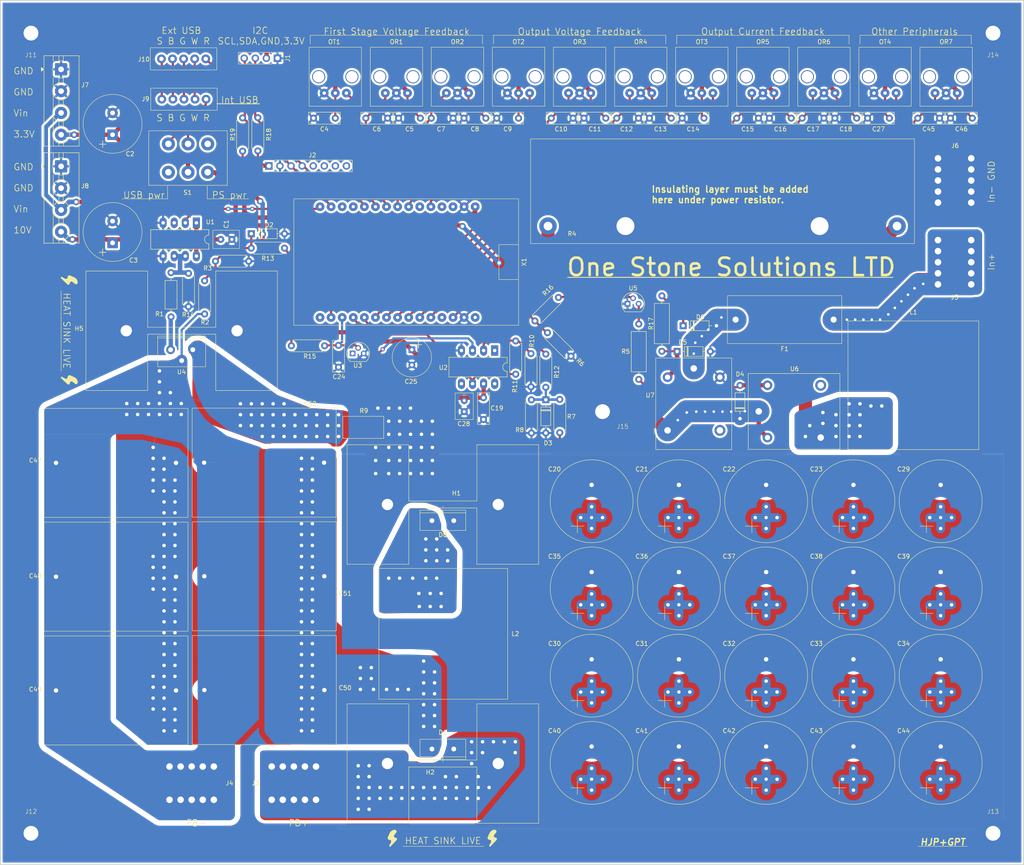
<source format=kicad_pcb>
(kicad_pcb (version 20240108) (generator "pcbnew") (generator_version "8.0")
  (layers (0 "F.Cu" signal) (31 "B.Cu" signal) (34 "B.Paste" user) (35 "F.Paste" user) (36 "B.SilkS" user "B.Silkscreen") (37 "F.SilkS" user "F.Silkscreen") (38 "B.Mask" user) (39 "F.Mask" user) (44 "Edge.Cuts" user))
  (net 0 "")
  (net 1 "+3V3")
  (net 2 "Net-(OR1-Vout)")
  (net 3 "Net-(OR2-Vout)")
  (net 4 "Net-(OR3-Vout)")
  (net 5 "Net-(OR4-Vout)")
  (net 6 "Net-(OR5-Vout)")
  (net 7 "Net-(OR6-Vout)")
  (net 8 "Earth")
  (net 9 "Net-(U3-Cathode)")
  (net 10 "Net-(OR7-Vout)")
  (net 11 "Net-(D4-A)")
  (net 12 "Net-(D4-K)")
  (net 13 "Net-(D5-K)")
  (net 14 "Net-(D6-A)")
  (net 15 "Net-(D6-K)")
  (net 16 "Net-(OT1-Vin)")
  (net 17 "Net-(OT2-Vin)")
  (net 18 "Net-(D1-K)")
  (net 23 "Net-(J1-Pin_4)")
  (net 27 "Net-(U2-VOUT)")
  (net 28 "Net-(J1-Pin_3)")
  (net 29 "Net-(D1-A)")
  (net 30 "Net-(D8-K)")
  (net 31 "+10V")
  (net 35 "Net-(U2-VIN-)")
  (net 36 "Net-(J4-Pin_1)")
  (net 37 "Net-(U4-G)")
  (net 38 "Net-(D2-Pad1)")
  (net 39 "Net-(D3-Pad1)")
  (net 40 "Net-(J5-Pin_1)")
  (net 41 "Net-(U2-VIN+)")
  (net 42 "Net-(U5-G)")
  (net 48 "Net-(U5-D)")
  (net 49 "Net-(X1-3V3)")
  (net 51 "Net-(J10-Pin_1)")
  (net 53 "Net-(J9-Pin_1)")
  (net 54 "Net-(J10-Pin_4)")
  (net 55 "Net-(J10-Pin_2)")
  (net 56 "Net-(J10-Pin_3)")
  (net 57 "Net-(J10-Pin_5)")
  (net 58 "Net-(X1-VP_a1i)")
  (net 59 "Net-(OT3-Vin)")
  (net 60 "Net-(OT4-Vin)")
  (net 61 "Net-(L1-Pad1)")
  (net 62 "Net-(R1-Pad1)")
  (net 63 "Net-(U1-IN)")
  (net 65 "Net-(X1-D35_a1i)")
  (net 66 "Net-(X1-D13_a2io)")
  (footprint "Custom:RS Pro Optical Transmitter jack" (layer "F.Cu") (at 99.25 57.5 180)
    (property "Reference" "OT1")
    (property "Value" "~")
  )
  (footprint "Custom:RS PRO Optical Receiver jack" (layer "F.Cu") (at 127.25 57.5 180)
    (property "Reference" "OR2")
    (property "Value" "~")
  )
  (footprint "Custom:R75RR322050L4J" (layer "F.Cu") (at 82.987436 172.05)
    (property "Reference" "C51")
    (property "Value" "R75RR322050L4J")
  )
  (footprint "Resistor_THT:R_Axial_DIN0309_L9.0mm_D3.2mm_P12.70mm_Horizontal" (layer "F.Cu") (at 174.1 107.75 -90)
    (property "Reference" "R17")
    (property "Value" "1.33K")
  )
  (footprint "Custom:EKYB101ELL102MM40S" (layer "F.Cu") (at 218 154.85 90)
    (property "Reference" "C23")
    (property "Value" "EKYB101ELL102MM40S")
  )
  (footprint "Custom:RS PRO Optical Receiver jack" (layer "F.Cu") (at 239.25 57.5 180)
    (property "Reference" "OR7")
    (property "Value" "~")
  )
  (footprint "Custom:EKYB101ELL102MM40S" (layer "F.Cu") (at 218 214.85 90)
    (property "Reference" "C43")
    (property "Value" "EKYB101ELL102MM40S")
  )
  (footprint "Resistor_THT:R_Axial_DIN0207_L6.3mm_D2.5mm_P7.62mm_Horizontal" (layer "F.Cu") (at 140.6 125.71 90)
    (property "Reference" "R11")
    (property "Value" "R_pcfb_f 56K")
  )
  (footprint "Custom:ContactViaM3" (layer "F.Cu") (at 160.5 134.3)
    (property "Reference" "J15")
    (property "Value" "Standoff Hole")
  )
  (footprint "Custom:SLW-1678105-6A-N-D" (layer "F.Cu") (at 65.5 79.4)
    (property "Reference" "S1")
    (property "Value" "~")
  )
  (footprint "Custom:IXFP60N25X3" (layer "F.Cu") (at 64.04 120.1)
    (property "Reference" "U4")
    (property "Value" "~")
  )
  (footprint "Resistor_THT:R_Axial_DIN0207_L6.3mm_D2.5mm_P7.62mm_Horizontal" (layer "F.Cu") (at 89.18 119.2)
    (property "Reference" "R15")
    (property "Value" "3K")
  )
  (footprint "Custom:647-25ABEP" (layer "F.Cu") (at 123.9 215 180)
    (property "Reference" "H2")
    (property "Value" "Heatsink 2")
  )
  (footprint "Custom:RS PRO Optical Receiver jack" (layer "F.Cu") (at 169.25 57.5 180)
    (property "Reference" "OR4")
    (property "Value" "~")
  )
  (footprint "Capacitor_THT:C_Rect_L7.0mm_W2.5mm_P5.00mm" (layer "F.Cu") (at 106.25 67)
    (property "Reference" "C6")
    (property "Value" "~")
  )
  (footprint "Custom:EKYB101ELL102MM40S" (layer "F.Cu") (at 238 154.85 90)
    (property "Reference" "C29")
    (property "Value" "EKYB101ELL102MM40S")
  )
  (footprint "Custom:5055556-9" (layer "F.Cu") (at 89.75 219.5)
    (property "Reference" "J3")
    (property "Value" "Conn_01x01_Pin")
  )
  (footprint "Custom:EKYB101ELL102MM40S" (layer "F.Cu") (at 238 214.85 90)
    (property "Reference" "C44")
    (property "Value" "EKYB101ELL102MM40S")
  )
  (footprint "Custom:EKYB101ELL102MM40S" (layer "F.Cu") (at 178 194.85 90)
    (property "Reference" "C31")
    (property "Value" "EKYB101ELL102MM40S")
  )
  (footprint "Resistor_THT:R_Axial_DIN0207_L6.3mm_D2.5mm_P7.62mm_Horizontal" (layer "F.Cu") (at 144.2 131.59 -90)
    (property "Reference" "R8")
    (property "Value" "R_pfb_ 10K")
  )
  (footprint "TerminalBlock:TerminalBlock_MaiXu_MX126-5.0-04P_1x04_P5.00mm" (layer "F.Cu") (at 36.4 55.8 -90)
    (property "Reference" "J7")
    (property "Value" "Conn_01x04_Pin")
  )
  (footprint "Custom:C320C105K5R5TA" (layer "F.Cu") (at 74.27 94.8 180)
    (property "Reference" "C1")
    (property "Value" "C_drive 1uF")
  )
  (footprint "Capacitor_THT:C_Rect_L7.0mm_W2.5mm_P5.00mm" (layer "F.Cu") (at 133.75 67 180)
    (property "Reference" "C8")
    (property "Value" "~")
  )
  (footprint "Custom:FH-320-NV" (layer "F.Cu") (at 202.23 113.2 180)
    (property "Reference" "F1")
    (property "Value" "FH-320-NV")
  )
  (footprint "Capacitor_THT:C_Rect_L7.0mm_W2.5mm_P5.00mm" (layer "F.Cu") (at 203.75 67 180)
    (property "Reference" "C16")
    (property "Value" "~")
  )
  (footprint "Custom:5055556-9" (layer "F.Cu") (at 241.19 100.04 90)
    (property "Reference" "J5")
    (property "Value" "+36V")
  )
  (footprint "Resistor_THT:R_Axial_DIN0207_L6.3mm_D2.5mm_P7.62mm_Horizontal" (layer "F.Cu") (at 150.7 139.11 90)
    (property "Reference" "R7")
    (property "Value" "R_pfb_H 270K")
  )
  (footprint "Custom:EKYB101ELL102MM40S" (layer "F.Cu") (at 238 194.85 90)
    (property "Reference" "C34")
    (property "Value" "EKYB101ELL102MM40S")
  )
  (footprint "Capacitor_THT:C_Disc_D7.0mm_W2.5mm_P5.00mm" (layer "F.Cu") (at 133.215 131.1 -90)
    (property "Reference" "C19")
    (property "Value" "0.1uF within 2mm")
  )
  (footprint "Capacitor_THT:C_Rect_L7.0mm_W2.5mm_P5.00mm" (layer "F.Cu") (at 232.75 67)
    (property "Reference" "C45")
    (property "Value" "~")
  )
  (footprint "Capacitor_THT:C_Rect_L7.0mm_W2.5mm_P5.00mm" (layer "F.Cu") (at 206.25 67)
    (property "Reference" "C17")
    (property "Value" "~")
  )
  (footprint "Custom:EKYB101ELL102MM40S" (layer "F.Cu") (at 158 154.85 90)
    (property "Reference" "C20")
    (property "Value" "EKYB101ELL102MM40S")
  )
  (footprint "Resistor_THT:R_Axial_DIN0207_L6.3mm_D2.5mm_P10.16mm_Horizontal" (layer "F.Cu") (at 61.6 102.42 -90)
    (property "Reference" "R1")
    (property "Value" "R_drive 5")
  )
  (footprint "Custom:EKYB101ELL102MM40S" (layer "F.Cu") (at 158 194.85 90)
    (property "Reference" "C30")
    (property "Value" "EKYB101ELL102MM40S")
  )
  (footprint "Diode_THT:D_DO-35_SOD27_P7.62mm_Horizontal" (layer "F.Cu") (at 178.98 114.6)
    (property "Reference" "D6")
    (property "Value" "1N4148")
  )
  (footprint "Custom:EKYB101ELL102MM40S" (layer "F.Cu") (at 198 174.85 90)
    (property "Reference" "C37")
    (property "Value" "EKYB101ELL102MM40S")
  )
  (footprint "Custom:AWHSH124D00G" (layer "F.Cu") (at 181.4 132.5 -90)
    (property "Reference" "U7")
    (property "Value" "~")
  )
  (footprint "Custom:EKYB101ELL102MM40S" (layer "F.Cu") (at 178 214.85 90)
    (property "Reference" "C41")
    (property "Value" "EKYB101ELL102MM40S")
  )
  (footprint "Custom:ContactViaM3" (layer "F.Cu") (at 29.5 231)
    (property "Reference" "J12")
    (property "Value" "Standoff Hole")
  )
  (footprint "Custom:MBR40250G" (layer "F.Cu") (at 123.9 159.3)
    (property "Reference" "D8")
    (property "Value" "MBR40250G")
  )
  (footprint "Custom:74436411500" (layer "F.Cu") (at 137.75 185.25 -90)
    (property "Reference" "L2")
    (property "Value" "74436411500")
  )
  (footprint "Package_TO_SOT_THT:TO-92" (layer "F.Cu") (at 103.22 120.96)
    (property "Reference" "U3")
    (property "Value" "~")
  )
  (footprint "Capacitor_THT:C_Rect_L7.0mm_W2.5mm_P5.00mm" (layer "F.Cu") (at 161.25 67 180)
    (property "Reference" "C11")
    (property "Value" "~")
  )
  (footprint "Custom:5055556-9" (layer "F.Cu") (at 241.19 81.29 90)
    (property "Reference" "J6")
    (property "Value" "GND")
  )
  (footprint "Custom:EKYB101ELL102MM40S" (layer "F.Cu") (at 178 174.85 90)
    (property "Reference" "C36")
    (property "Value" "EKYB101ELL102MM40S")
  )
  (footprint "Diode_THT:D_DO-35_SOD27_P7.62mm_Horizontal" (layer "F.Cu") (at 177.59 120.5)
    (property "Reference" "D5")
    (property "Value" "1N4148")
  )
  (footprint "Connector_PinHeader_2.54mm:PinHeader_1x08_P2.54mm_Vertical" (layer "F.Cu") (at 84.025 77.95 90)
    (property "Reference" "J2")
    (property "Value" "Conn_01x08_Pin")
  )
  (footprint "Capacitor_THT:C_Rect_L7.0mm_W2.5mm_P5.00mm" (layer "F.Cu") (at 226.25 67 180)
    (property "Reference" "C27")
    (property "Value" "~")
  )
  (footprint "Custom:ContactViaM3" (layer "F.Cu") (at 29.5 47.5)
    (property "Reference" "J11")
    (property "Value" "Standoff Hole")
  )
  (footprint "Custom:RS PRO Optical Receiver jack" (layer "F.Cu") (at 211.25 57.5 180)
    (property "Reference" "OR6")
    (property "Value" "~")
  )
  (footprint "Capacitor_THT:C_Rect_L7.0mm_W2.5mm_P5.00mm" (layer "F.Cu") (at 118.75 67 180)
    (property "Reference" "C5")
    (property "Value" "~")
  )
  (footprint "Custom:R75RR322050L4J" (layer "F.Cu") (at 82.987436 198.15)
    (property "Reference" "C50")
    (property "Value" "R75RR322050L4J")
  )
  (footprint "Custom:ContactViaM3" (layer "F.Cu") (at 250 231)
    (property "Reference" "J13")
    (property "Value" "Standoff Hole")
  )
  (footprint "Custom:EKYB101ELL102MM40S" (layer "F.Cu") (at 198 194.85 90)
    (property "Reference" "C32")
    (property "Value" "EKYB101ELL102MM40S")
  )
  (footprint "Custom:RS Pro Optical Transmitter jack" (layer "F.Cu") (at 141.25 57.5 180)
    (property "Reference" "OT2")
    (property "Value" "~")
  )
  (footprint "Custom:EKYB101ELL102MM40S" (layer "F.Cu") (at 158 174.85 90)
    (property "Reference" "C35")
    (property "Value" "EKYB101ELL102MM40S")
  )
  (footprint "Resistor_THT:R_Axial_DIN0207_L6.3mm_D2.5mm_P7.62mm_Horizontal" (layer "F.Cu") (at 71.79 99.8)
    (property "Reference" "R3")
    (property "Value" "R_sfb_L 6.8K")
  )
  (footprint "Custom:EKYB101ELL102MM40S" (layer "F.Cu") (at 178 154.85 90)
    (property "Reference" "C21")
    (property "Value" "EKYB101ELL102MM40S")
  )
  (footprint "Custom:R75RR322050L4J" (layer "F.Cu") (at 48.987436 198.25)
    (property "Reference" "C49")
    (property "Value" "R75RR322050L4J")
  )
  (footprint "Custom:RX24-100W" (layer "F.Cu") (at 188 91.75)
    (property "Reference" "R4")
    (property "Value" "~")
  )
  (footprint "Capacitor_THT:C_Rect_L7.0mm_W2.5mm_P5.00mm" (layer "F.Cu") (at 141.25 67 180)
    (property "Reference" "C9")
    (property "Value" "~")
  )
  (footprint "Custom:EKYB101ELL102MM40S" (layer "F.Cu") (at 238 174.85 90)
    (property "Reference" "C39")
    (property "Value" "EKYB101ELL102MM40S")
  )
  (footprint "Custom:MBR40250G" (layer "F.Cu") (at 123.9 211.675 180)
    (property "Reference" "D1")
    (property "Value" "MBR40250G")
  )
  (footprint "Custom:USB connection" (layer "F.Cu") (at 64.56 62.65 180)
    (property "Reference" "J9")
    (property "Value" "USB RWGBS")
  )
  (footprint "Custom:EKYB101ELL102MM40S" (layer "F.Cu") (at 218 174.85 90)
    (property "Reference" "C38")
    (property "Value" "EKYB101ELL102MM40S")
  )
  (footprint "Package_TO_SOT_THT:TO-92" (layer "F.Cu") (at 166.23 109.56)
    (property "Reference" "U5")
    (property "Value" "~")
  )
  (footprint "Custom:R75RR322050L4J" (layer "F.Cu") (at 48.987436 146.05)
    (property "Reference" "C47")
    (property "Value" "R75RR322050L4J")
  )
  (footprint "Resistor_THT:R_Axial_DIN0207_L6.3mm_D2.5mm_P7.62mm_Horizontal" (layer "F.Cu") (at 144.1 120.99 -90)
    (property "Reference" "R10")
    (property "Value" "R_pcfb_in 1K")
  )
  (footprint "Custom:ESP32_WROOM-32_Dev_Board" (layer "F.Cu") (at 95.75 100 90)
    (property "Reference" "X1")
    (property "Value" "~")
  )
  (footprint "Custom:USB connection" (layer "F.Cu") (at 64.48 53.4 180)
    (property "Reference" "J10")
    (property "Value" "USB RWGBS")
  )
  (footprint "Resistor_THT:R_Axial_DIN0309_L9.0mm_D3.2mm_P12.70mm_Horizontal" (layer "F.Cu") (at 168.8 126.9 90)
    (property "Reference" "R5")
    (property "Value" "1.33K")
  )
  (footprint "Custom:EKYB101ELL102MM40S" (layer "F.Cu") (at 198 154.85 90)
    (property "Reference" "C22")
    (property "Value" "EKYB101ELL102MM40S")
  )
  (footprint "Custom:EKYB101ELL102MM40S" (layer "F.Cu") (at 158 214.85 90)
    (property "Reference" "C40")
    (property "Value" "EKYB101ELL102MM40S")
  )
  (footprint "Package_DIP:CERDIP-8_W7.62mm_SideBrazed_LongPads" (layer "F.Cu") (at 135.78 120.28 -90)
    (property "Reference" "U2")
    (property "Value" "~")
  )
  (footprint "Resistor_THT:R_Axial_DIN0207_L6.3mm_D2.5mm_P7.62mm_Horizontal" (layer "F.Cu") (at 78 74.56 90)
    (property "Reference" "R19")
    (property "Value" "Pullup")
  )
  (footprint "Custom:PCS2512FR0010ET" (layer "F.Cu") (at 105.66 137.9 90)
    (property "Reference" "R9")
    (property "Value" "R_pcfb_sense 0.001")
  )
  (footprint "Resistor_THT:R_Axial_DIN0207_L6.3mm_D2.5mm_P7.62mm_Horizontal" (layer "F.Cu") (at 145 113.5 45)
    (property "Reference" "R16")
    (property "Value" "1K")
  )
  (footprint "Resistor_THT:R_Axial_DIN0207_L6.3mm_D2.5mm_P7.62mm_Horizontal" (layer "F.Cu") (at 81.5 74.5 90)
    (property "Reference" "R18")
    (property "Value" "Pullup")
  )
  (footprint "Custom:647-25ABEP" (layer "F.Cu") (at 123.9 155.6)
    (property "Reference" "H1")
    (property "Value" "Heatsink 1")
  )
  (footprint "Capacitor_THT:C_Rect_L7.0mm_W2.5mm_P5.00mm" (layer "F.Cu") (at 176.25 67 180)
    (property "Reference" "C13")
    (property "Value" "~")
  )
  (footprint "Custom:RS PRO Optical Receiver jack" (layer "F.Cu") (at 113.25 57.5 180)
    (property "Reference" "OR1")
    (property "Value" "~")
  )
  (footprint "Capacitor_THT:C_Rect_L7.0mm_W2.5mm_P5.00mm" (layer "F.Cu") (at 99.25 67 180)
    (property "Reference" "C4")
    (property "Value" "~")
  )
  (footprint "Custom:UHD1H101MPD1TD" (layer "F.Cu") (at 116.8 121.85 -90)
    (property "Reference" "C25")
    (property "Value" "100uF UHD1H101MPD1TD")
  )
  (footprint "Resistor_THT:R_Axial_DIN0207_L6.3mm_D2.5mm_P7.62mm_Horizontal" (layer "F.Cu") (at 87.61 96.8 180)
    (property "Reference" "R13")
    (property "Value" "R_sfb_i 1K")
  )
  (footprint "Custom:5055556-9" (layer "F.Cu") (at 66.33 219.5)
    (property "Reference" "J4")
    (property "Value" "Conn_01x01_Pin")
  )
  (footprint "Capacitor_THT:C_Rect_L7.0mm_W2.5mm_P5.00mm" (layer "F.Cu") (at 121.25 67)
    (property "Reference" "C7")
    (property "Value" "~")
  )
  (footprint "Custom:R75RR322050L4J" (layer "F.Cu") (at 48.987436 172.15)
    (property "Reference" "C48")
    (property "Value" "R75RR322050L4J")
  )
  (footprint "Resistor_THT:R_Axial_DIN0207_L6.3mm_D2.5mm_P7.62mm_Horizontal" (layer "F.Cu") (at 69.3 111.91 90)
    (property "Reference" "R2")
    (property "Value" "R_sfb_H 500K")
  )
  (footprint "Package_DIP:CERDIP-8_W7.62mm_SideBrazed_LongPads" (layer "F.Cu") (at 67.41 91 -90)
    (property "Reference" "U1")
    (property "Value" "~")
  )
  (footprint "Capacitor_THT:C_Rect_L7.0mm_W2.5mm_P5.00mm" (layer "F.Cu") (at 99.99 119.1 -90)
    (property "Reference" "C24")
    (property "Value" "0.1uF low ESR Ceramic")
  )
  (footprint "Capacitor_THT:C_Rect_L7.0mm_W2.5mm_P5.00mm" (layer "F.Cu") (at 191.25 67)
    (property "Reference" "C15")
    (property "Value" "~")
  )
  (footprint "Resistor_THT:R_Axial_DIN0207_L6.3mm_D2.5mm_P7.62mm_Horizontal" (layer "F.Cu") (at 147.88 116.19 -45)
    (property "Reference" "R6")
    (property "Value" "10K")
  )
  (footprint "Resistor_THT:R_Axial_DIN0207_L6.3mm_D2.5mm_P7.62mm_Horizontal" (layer "F.Cu") (at 147.5 121.09 -90)
    (property "Reference" "R12")
    (property "Value" "R_pfb_i 1K")
  )
  (footprint "Capacitor_THT:C_Rect_L7.0mm_W2.5mm_P5.00mm" (layer "F.Cu") (at 148.75 67)
    (property "Reference" "C10")
    (property "Value" "~")
  )
  (footprint "Diode_THT:D_DO-35_SOD27_P7.62mm_Horizontal" (layer "F.Cu") (at 147.5 131.58 -90)
    (property "Reference" "D3")
    (property "Value" "~")
  )
  (footprint "Custom:UPW1E102MHD" (layer "F.Cu") (at 48.2 93.1 90)
    (property "Reference" "C3")
    (property "Value" "1000uF UPW1E102MHD")
  )
  (footprint "Custom:RS Pro Optical Transmitter jack" (layer "F.Cu") (at 225.25 57.5 180)
    (property "Reference" "OT4")
    (property "Value" "~")
  )
  (footprint "Custom:R75RR322050L4J" (layer "F.Cu") (at 82.937436 146)
    (property "Reference" "C52")
    (property "Value" "R75RR322050L4J")
  )
  (footprint "Capacitor_THT:C_Rect_L7.0mm_W2.5mm_P5.00mm" (layer "F.Cu") (at 163.75 67)
    (property "Reference" "C12")
    (property "Value" "~")
  )
  (footprint "Custom:SER2918H-223KL" (layer "F.Cu") (at 231.75 114.4)
    (property "Reference" "L1")
    (property "Value" "SER2918H-223KL")
  )
  (footprint "Custom:AWHSH124D00G" (layer "F.Cu") (at 204.4 134.25)
    (property "Reference" "U6")
    (property "Value" "~")
  )
  (footprint "Capacitor_THT:C_Rect_L7.0mm_W2.5mm_P5.00mm" (layer "F.Cu") (at 245.25 67 180)
    (property "Reference" "C46")
    (property "Value" "~")
  )
  (footprint "Custom:ContactViaM3" (layer "F.Cu") (at 250 47.5)
    (property "Reference" "J14")
    (property "Value" "Standoff Hole")
  )
  (footprint "Connector_PinHeader_2.54mm:PinHeader_1x04_P2.54mm_Vertical" (layer "F.Cu") (at 86 53.25 -90)
    (property "Reference" "J1")
    (property "Value" "SCL, SDA, +, GND")
  )
  (footprint "Custom:RS PRO Optical Receiver jack" (layer "F.Cu") (at 155.25 57.5 180)
    (property "Reference" "OR3")
    (property "Value" "~")
  )
  (footprint "Custom:C320C105K5R5TA" (layer "F.Cu") (at 128.8 133.03 -90)
    (property "Reference" "C28")
    (property "Value" "1uF")
  )
  (footprint "Diode_THT:D_DO-35_SOD27_P7.62mm_Horizontal" (layer "F.Cu") (at 192 135.91 90)
    (property "Reference" "D4")
    (property "Value" "1N4148")
  )
  (footprint "Custom:UPW1E102MHD" (layer "F.Cu") (at 48.2 68.3 90)
    (property "Reference" "C2")
    (property "Value" "1000uF UPW1E102MHD")
  )
  (footprint "Resistor_THT:R_Axial_DIN0207_L6.3mm_D2.5mm_P7.62mm_Horizontal" (layer "F.Cu") (at 65.6 102.59 -90)
    (property "Reference" "R14")
    (property "Value" "R_pulldown 1000")
  )
  (footprint "Capacitor_THT:C_Rect_L7.0mm_W2.5mm_P5.00mm" (layer "F.Cu") (at 183.75 67 180)
    (property "Reference" "C14")
    (property "Value" "~")
  )
  (footprint "Custom:EKYB101ELL102MM40S" (layer "F.Cu") (at 198 214.85 90)
    (property "Reference" "C42")
    (property "Value" "EKYB101ELL102MM40S")
  )
  (footprint "Custom:RS Pro Optical Transmitter jack" (layer "F.Cu") (at 183.25 57.5 180)
    (property "Reference" "OT3")
    (property "Value" "~")
  )
  (footprint "TerminalBlock:TerminalBlock_MaiXu_MX126-5.0-04P_1x04_P5.00mm" (layer "F.Cu") (at 36.4 78.05 -90)
    (property "Reference" "J8")
    (property "Value" "Conn_01x04_Pin")
  )
  (footprint "Custom:RS PRO Optical Receiver jack" (layer "F.Cu") (at 197.25 57.5 180)
    (property "Reference" "OR5")
    (property "Value" "~")
  )
  (footprint "Diode_THT:D_DO-35_SOD27_P7.62mm_Horizontal" (layer "F.Cu") (at 79.99 93.5)
    (property "Reference" "D2")
    (property "Value" "~")
  )
  (footprint "Custom:647-25ABEP" (layer "F.Cu") (at 64.04 115.75)
    (property "Reference" "H5")
    (property "Value" "Heatsink 5")
  )
  (footprint "Capacitor_THT:C_Rect_L7.0mm_W2.5mm_P5.00mm" (layer "F.Cu") (at 218.75 67 180)
    (property "Reference" "C18")
    (property "Value" "~")
  )
  (footprint "Custom:EKYB101ELL102MM40S" (layer "F.Cu") (at 218 194.85 90)
    (property "Reference" "C33")
    (property "Value" "EKYB101ELL102MM40S")
  )
  (gr_line (start 60.8 85.5) (end 60.8 82.5) (stroke (width 0.1)) (layer "F.SilkS"))
  (gr_line (start 245 48) (end 245 50) (stroke (width 0.1)) (layer "F.SilkS"))
  (gr_line (start 133 48) (end 133 50) (stroke (width 0.1)) (layer "F.SilkS"))
  (gr_line (start 79.4 85.5) (end 69.9 85.5) (stroke (width 0.1)) (layer "F.SilkS"))
  (gr_line (start 217 48) (end 217 50) (stroke (width 0.1)) (layer "F.SilkS"))
  (gr_line (start 93.5 48) (end 133 48) (stroke (width 0.1)) (layer "F.SilkS"))
  (gr_line (start 219.5 48) (end 245 48) (stroke (width 0.1)) (layer "F.SilkS"))
  (gr_line (start 50.4 85.5) (end 60.8 85.5) (stroke (width 0.1)) (layer "F.SilkS"))
  (gr_line (start 152.5 103.5) (end 227 103.5) (stroke (width 0.2)) (layer "F.SilkS"))
  (gr_line (start 135.5 50) (end 135.5 48) (stroke (width 0.1)) (layer "F.SilkS"))
  (gr_line (start 72.16 63.7) (end 81.86 63.7) (stroke (width 0.2)) (layer "F.SilkS"))
  (gr_line (start 135.5 48) (end 175 48) (stroke (width 0.1)) (layer "F.SilkS"))
  (gr_line (start 177.5 48) (end 217 48) (stroke (width 0.1)) (layer "F.SilkS"))
  (gr_line (start 36.4 106.55) (end 36.4 125.05) (stroke (width 0.1)) (layer "F.SilkS"))
  (gr_line (start 69.9 85.5) (end 69.9 82.5) (stroke (width 0.1)) (layer "F.SilkS"))
  (gr_line (start 114.75 234) (end 133.25 234) (stroke (width 0.1)) (layer "F.SilkS"))
  (gr_line (start 219.5 50) (end 219.5 48) (stroke (width 0.1)) (layer "F.SilkS"))
  (gr_line (start 177.5 50) (end 177.5 48) (stroke (width 0.1)) (layer "F.SilkS"))
  (gr_line (start 93.5 50) (end 93.5 48) (stroke (width 0.1)) (layer "F.SilkS"))
  (gr_line (start 175 48) (end 175 50) (stroke (width 0.1)) (layer "F.SilkS"))
  (gr_line (start 232.8 234) (end 244.1 234) (stroke (width 0.1)) (layer "F.SilkS"))
  (gr_rect (start 22.5 40) (end 257 238.2) (stroke (width 0.2)) (fill none) (layer "Edge.Cuts"))
  (gr_text "GND\n\nGND\n\nVin\n\n10V" (at 25.4 93.55 0) (layer "F.SilkS") (effects (font (size 1.5 1.5)) (justify left bottom)))
  (gr_text "In- GND" (at 250.5 86.5 90) (layer "F.SilkS") (effects (font (size 1.5 1.5)) (justify left bottom)))
  (gr_text "One Stone Solutions LTD" (at 152 103.5 0) (layer "F.SilkS") (effects (font (size 4 4) (thickness 0.6)) (justify left bottom)))
  (gr_text "	  I2C\nSCL,SDA,GND,3.3V" (at 72.2 50.2 0) (layer "F.SilkS") (effects (font (size 1.5 1.5)) (justify left bottom)))
  (gr_text "Int USB" (at 72.96 63.7 0) (layer "F.SilkS") (effects (font (size 1.5 1.5)) (justify left bottom)))
  (gr_text "HEAT SINK LIVE" (at 36.803168 106.925377 -90) (layer "F.SilkS") (effects (font (size 1.5 1.5)) (justify left bottom)))
  (gr_text "HEAT SINK LIVE" (at 115.125377 233.596832 0) (layer "F.SilkS") (effects (font (size 1.5 1.5)) (justify left bottom)))
  (gr_text "Output Voltage Feedback" (at 141 48 0) (layer "F.SilkS") (effects (font (size 1.5 1.5)) (justify left bottom)))
  (gr_text "First Stage Voltage Feedback\n" (at 96.5 48 0) (layer "F.SilkS") (effects (font (size 1.5 1.5)) (justify left bottom)))
  (gr_text "GND\n\nGND\n\nVin\n\n3.3V" (at 25.4 71.55 0) (layer "F.SilkS") (effects (font (size 1.5 1.5)) (justify left bottom)))
  (gr_text "HJP+GPT" (at 233.2 233.9 0) (layer "F.SilkS") (effects (font (size 1.5 1.5) (thickness 0.3) (bold yes) (italic yes)) (justify left bottom)))
  (gr_text "Insulating layer must be added\nhere under power resistor." (at 171.6 86.6 0) (layer "F.SilkS") (effects (font (size 1.5 1.5) (thickness 0.3) (bold yes)) (justify left bottom)))
  (gr_text "PS pwr" (at 70.9 85.5 0) (layer "F.SilkS") (effects (font (size 1.5 1.5)) (justify left bottom)))
  (gr_text "USB pwr" (at 50.55 85.5 0) (layer "F.SilkS") (effects (font (size 1.5 1.5)) (justify left bottom)))
  (gr_text "Other Peripherals" (at 222 48 0) (layer "F.SilkS") (effects (font (size 1.5 1.5)) (justify left bottom)))
  (gr_text " Ext USB\nS B G W R" (at 58.2 50.2 0) (layer "F.SilkS") (effects (font (size 1.5 1.5)) (justify left bottom)))
  (gr_text "In+" (at 250.5 102 90) (layer "F.SilkS") (effects (font (size 1.5 1.5)) (justify left bottom)))
  (gr_text "FB-" (at 65 229.5 0) (layer "F.SilkS") (effects (font (size 1.5 1.5)) (justify left bottom)))
  (gr_text "FB+" (at 88.5 229.5 0) (layer "F.SilkS") (effects (font (size 1.5 1.5)) (justify left bottom)))
  (gr_text "Output Current Feedback" (at 183 48 0) (layer "F.SilkS") (effects (font (size 1.5 1.5)) (justify left bottom)))
  (segment (start 199.79 63.04) (end 199.79 61.25) (width 0.5) (layer "F.Cu") (net 1))
  (segment (start 81.5 74.5) (end 81.5 77.9) (width 0.5) (layer "F.Cu") (net 1))
  (segment (start 241.79 61.25) (end 241.79 63.54) (width 0.5) (layer "F.Cu") (net 1))
  (segment (start 155.06 54) (end 169.06 54) (width 1) (layer "F.Cu") (net 1))
  (segment (start 183.56 54) (end 196.56 54) (width 1) (layer "F.Cu") (net 1))
  (segment (start 113.06 54) (end 127.06 54) (width 1) (layer "F.Cu") (net 1))
  (segment (start 115.79 64.04) (end 118.75 67) (width 0.5) (layer "F.Cu") (net 1))
  (segment (start 77 77.9) (end 73.9 77.9) (width 1) (layer "F.Cu") (net 1))
  (segment (start 197.06 58.36) (end 197.06 54.5) (width 1) (layer "F.Cu") (net 1))
  (segment (start 82.6 97.6) (end 88.1 103.1) (width 1) (layer "F.Cu") (net 1))
  (segment (start 171.79 60.99) (end 169.06 58.26) (width 1) (layer "F.Cu") (net 1))
  (segment (start 239.06 56.302894) (end 239.06 58) (width 1) (layer "F.Cu") (net 1))
  (segment (start 83.8 78) (end 83.75 77.95) (width 1) (layer "F.Cu") (net 1))
  (segment (start 83.975 77.9) (end 84.025 77.95) (width 1) (layer "F.Cu") (net 1))
  (segment (start 141.56 54) (end 155.06 54) (width 1) (layer "F.Cu") (net 1))
  (segment (start 99.25 61.25) (end 99.25 54.31) (width 1) (layer "F.Cu") (net 1))
  (segment (start 211.06 54) (end 225.06 54) (width 1) (layer "F.Cu") (net 1))
  (segment (start 127.7 131.1) (end 133.215 131.1) (width 1) (layer "F.Cu") (net 1))
  (segment (start 196.56 54) (end 211.06 54) (width 1) (layer "F.Cu") (net 1))
  (segment (start 218.75 67) (end 213.79 62.04) (width 0.5) (layer "F.Cu") (net 1))
  (segment (start 241.79 60.73) (end 241.79 61.25) (width 0.5) (layer "F.Cu") (net 1))
  (segment (start 213.79 61.25) (end 213.79 60.89) (width 1) (layer "F.Cu") (net 1))
  (segment (start 127.06 54) (end 141.56 54) (width 1) (layer "F.Cu") (net 1))
  (segment (start 72.2 76.2) (end 73.9 77.9) (width 1) (layer "F.Cu") (net 1))
  (segment (start 171.79 62.54) (end 176.25 67) (width 0.5) (layer "F.Cu") (net 1))
  (segment (start 169.06 58.26) (end 169.06 54) (width 1) (layer "F.Cu") (net 1))
  (segment (start 94.8 116.1) (end 104.5 116.1) (width 1) (layer "F.Cu") (net 1))
  (segment (start 197.06 54.5) (end 196.56 54) (width 0.5) (layer "F.Cu") (net 1))
  (segment (start 89.18 119.2) (end 89.18 110.48) (width 0.5) (layer "F.Cu") (net 1))
  (segment (start 129.79 61.25) (end 129.79 60.99) (width 1) (layer "F.Cu") (net 1))
  (segment (start 199.79 61.09) (end 197.06 58.36) (width 1) (layer "F.Cu") (net 1))
  (segment (start 127.06 58.26) (end 127.06 54) (width 1) (layer "F.Cu") (net 1))
  (segment (start 199.79 61.25) (end 199.79 61.09) (width 1) (layer "F.Cu") (net 1))
  (segment (start 157.79 60.89) (end 155.06 58.16) (width 1) (layer "F.Cu") (net 1))
  (segment (start 171.79 61.25) (end 171.79 60.99) (width 1) (layer "F.Cu") (net 1))
  (segment (start 88.1 109.4) (end 94.8 116.1) (width 1) (layer "F.Cu") (net 1))
  (segment (start 157.79 61.25) (end 157.79 63.54) (width 0.5) (layer "F.Cu") (net 1))
  (segment (start 169.06 54) (end 183.56 54) (width 1) (layer "F.Cu") (net 1))
  (segment (start 36.4 70.8) (end 48.4 70.8) (width 1) (layer "F.Cu") (net 1))
  (segment (start 155.06 58.16) (end 155.06 54) (width 1) (layer "F.Cu") (net 1))
  (segment (start 128.8 131.2) (end 128.9 131.1) (width 1) (layer "F.Cu") (net 1))
  (segment (start 225.25 61.25) (end 225.25 54.19) (width 1) (layer "F.Cu") (net 1))
  (segment (start 241.79 63.54) (end 245.25 67) (width 0.5) (layer "F.Cu") (net 1))
  (segment (start 83.75 77.95) (end 83.7 77.95) (width 1) (layer "F.Cu") (net 1))
  (segment (start 141.25 61.25) (end 141.25 67) (width 0.5) (layer "F.Cu") (net 1))
  (segment (start 226.25 67) (end 225.25 66) (width 0.5) (layer "F.Cu") (net 1))
  (segment (start 114.8 118.2) (end 127.7 131.1) (width 1) (layer "F.Cu") (net 1))
  (segment (start 113.06 58.16) (end 113.06 54) (width 1) (layer "F.Cu") (net 1))
  (segment (start 225.25 54.19) (end 225.06 54) (width 0.5) (layer "F.Cu") (net 1))
  (segment (start 99.25 61.25) (end 99.25 67) (width 0.5) (layer "F.Cu") (net 1))
  (segment (start 78 77.9) (end 78 74.56) (width 0.5) (layer "F.Cu") (net 1))
  (segment (start 88.1 103.1) (end 88.1 109.4) (width 1) (layer "F.Cu") (net 1))
  (segment (start 129.79 63.04) (end 133.75 67) (width 0.5) (layer "F.Cu") (net 1))
  (segment (start 171.79 61.25) (end 171.79 62.54) (width 0.5) (layer "F.Cu") (net 1))
  (segment (start 58.15 51.25) (end 83.5 51.25) (width 1) (layer "F.Cu") (net 1))
  (segment (start 183.25 54.31) (end 183.56 54) (width 0.5) (layer "F.Cu") (net 1))
  (segment (start 48.2 70.8) (end 50.6 68.4) (width 1) (layer "F.Cu") (net 1))
  (segment (start 141.25 54.31) (end 141.56 54) (width 0.5) (layer "F.Cu") (net 1))
  (segment (start 157.79 63.54) (end 161.25 67) (width 0.5) (layer "F.Cu") (net 1))
  (segment (start 83.5 51.25) (end 86.1 51.25) (width 1) (layer "F.Cu") (net 1))
  (segment (start 213.79 62.04) (end 213.79 61.25) (width 0.2) (layer "F.Cu") (net 1))
  (segment (start 239.06 58) (end 241.79 60.73) (width 1) (layer "F.Cu") (net 1))
  (segment (start 50.6 68.4) (end 50.6 58.8) (width 1) (layer "F.Cu") (net 1))
  (segment (start 236.757106 54) (end 239.06 56.302894) (width 1) (layer "F.Cu") (net 1))
  (segment (start 183.25 66.5) (end 183.75 67) (width 0.2) (layer "F.Cu") (net 1))
  (segment (start 65.5 76.2) (end 65.5 79.4) (width 1) (layer "F.Cu") (net 1))
  (segment (start 78 74.56) (end 78 74.31) (width 0.5) (layer "F.Cu") (net 1))
  (segment (start 133.24 131.075) (end 133.215 131.1) (width 1) (layer "F.Cu") (net 1))
  (segment (start 81.5 77.9) (end 83.975 77.9) (width 1) (layer "F.Cu") (net 1))
  (segment (start 183.25 61.25) (end 183.25 54.31) (width 1) (layer "F.Cu") (net 1))
  (segment (start 115.79 60.89) (end 113.06 58.16) (width 1) (layer "F.Cu") (net 1))
  (segment (start 213.79 60.89) (end 211.06 58.16) (width 1) (layer "F.Cu") (net 1))
  (segment (start 89.18 110.48) (end 89.15 110.45) (width 0.5) (layer "F.Cu") (net 1))
  (segment (start 99.25 54.31) (end 98.67 53.73) (width 0.5) (layer "F.Cu") (net 1))
  (segment (start 98.94 54) (end 113.06 54) (width 1) (layer "F.Cu") (net 1))
  (segment (start 225.06 54) (end 236.757106 54) (width 1) (layer "F.Cu") (net 1))
  (segment (start 104.5 116.1) (end 106.6 118.2) (width 1) (layer "F.Cu") (net 1))
  (segment (start 53.8 76.2) (end 72.2 76.2) (width 1) (layer "F.Cu") (net 1))
  (segment (start 96.19 51.25) (end 99.25 54.31) (width 1) (layer "F.Cu") (net 1))
  (segment (start 203.75 67) (end 199.79 63.04) (width 0.5) (layer "F.Cu") (net 1))
  (segment (start 106.6 118.2) (end 114.8 118.2) (width 1) (layer "F.Cu") (net 1))
  (segment (start 77 77.9) (end 81.5 77.9) (width 1) (layer "F.Cu") (net 1))
  (segment (start 83.5 51.25) (end 83.5 53.25) (width 1) (layer "F.Cu") (net 1))
  (segment (start 48.4 70.8) (end 53.8 76.2) (width 1) (layer "F.Cu") (net 1))
  (segment (start 225.25 66) (end 225.25 61.25) (width 0.5) (layer "F.Cu") (net 1))
  (segment (start 115.79 61.25) (end 115.79 60.89) (width 1) (layer "F.Cu") (net 1))
  (segment (start 73.9 77.9) (end 82.05 86.05) (width 1) (layer "F.Cu") (net 1))
  (segment (start 115.79 61.25) (end 115.79 64.04) (width 0.5) (layer "F.Cu") (net 1))
  (segment (start 157.79 61.25) (end 157.79 60.89) (width 1) (layer "F.Cu") (net 1))
  (segment (start 82.6 93.6) (end 82.6 97.6) (width 1) (layer "F.Cu") (net 1))
  (segment (start 211.06 58.16) (end 211.06 54) (width 1) (layer "F.Cu") (net 1))
  (segment (start 98.67 53.73) (end 98.94 54) (width 1) (layer "F.Cu") (net 1))
  (segment (start 50.6 58.8) (end 58.15 51.25) (width 1) (layer "F.Cu") (net 1))
  (segment (start 128.8 131.76) (end 128.8 131.2) (width 1) (layer "F.Cu") (net 1))
  (segment (start 141.25 61.25) (end 141.25 54.31) (width 1) (layer "F.Cu") (net 1))
  (segment (start 129.79 61.25) (end 129.79 63.04) (width 0.5) (layer "F.Cu") (net 1))
  (segment (start 83.7 77.95) (end 83.6 78.05) (width 1) (layer "F.Cu") (net 1))
  (segment (start 129.79 60.99) (end 127.06 58.26) (width 1) (layer "F.Cu") (net 1))
  (segment (start 86.1 51.25) (end 96.19 51.25) (width 1) (layer "F.Cu") (net 1))
  (segment (start 183.25 61.25) (end 183.25 66.5) (width 0.5) (layer "F.Cu") (net 1))
  (segment (start 84.025 78.335) (end 84.025 77.95) (width 0.5) (layer "F.Cu") (net 1))
  (segment (start 133.24 127.9) (end 133.24 131.075) (width 1) (layer "F.Cu") (net 1))
  (via (at 82.6 93.6) (size 1.5) (drill 0.8) (layers "F.Cu" "B.Cu") (net 1))
  (via (at 39.4 70.8) (size 1.5) (drill 0.8) (layers "F.Cu" "B.Cu") (net 1))
  (via (at 82.05 86.05) (size 1.5) (drill 0.8) (layers "F.Cu" "B.Cu") (net 1))
  (segment (start 36.4 70.8) (end 39.4 70.8) (width 1) (layer "B.Cu") (net 1))
  (segment (start 82.6 93.6) (end 82.6 86.6) (width 1) (layer "B.Cu") (net 1))
  (segment (start 82.6 86.6) (end 82.05 86.05) (width 1) (layer "B.Cu") (net 1))
  (segment (start 106.25 67) (end 106.25 81.95) (width 0.5) (layer "F.Cu") (net 2))
  (segment (start 110.71 62.54) (end 106.25 67) (width 0.5) (layer "F.Cu") (net 2))
  (segment (start 110.71 61.25) (end 110.71 62.54) (width 0.5) (layer "F.Cu") (net 2))
  (segment (start 106.25 81.95) (end 110.99 86.69) (width 0.5) (layer "F.Cu") (net 2))
  (segment (start 110.99 86.69) (end 110.99 87.3) (width 0.5) (layer "F.Cu") (net 2))
  (segment (start 124.71 61.25) (end 121.25 64.71) (width 0.5) (layer "F.Cu") (net 3))
  (segment (start 121.25 64.71) (end 121.25 67) (width 0.5) (layer "F.Cu") (net 3))
  (segment (start 121.25 67) (end 113.53 74.72) (width 0.5) (layer "F.Cu") (net 3))
  (segment (start 113.53 74.72) (end 113.53 87.3) (width 0.5) (layer "F.Cu") (net 3))
  (segment (start 121.15 86.05) (end 121.15 87.3) (width 0.5) (layer "F.Cu") (net 4))
  (segment (start 143.5 72.25) (end 134.95 72.25) (width 0.5) (layer "F.Cu") (net 4))
  (segment (start 152.71 63.04) (end 148.75 67) (width 0.5) (layer "F.Cu") (net 4))
  (segment (start 152.71 61.25) (end 152.71 63.04) (width 0.5) (layer "F.Cu") (net 4))
  (segment (start 134.95 72.25) (end 121.15 86.05) (width 0.5) (layer "F.Cu") (net 4))
  (segment (start 148.75 67) (end 143.5 72.25) (width 0.5) (layer "F.Cu") (net 4))
  (segment (start 108.45 112.45) (end 108.45 112.7) (width 0.5) (layer "F.Cu") (net 5))
  (segment (start 166.71 61.25) (end 166.71 64.04) (width 0.5) (layer "F.Cu") (net 5))
  (segment (start 121.1 102.1) (end 118.8 102.1) (width 0.5) (layer "F.Cu") (net 5))
  (segment (start 149.7 73.5) (end 121.1 102.1) (width 0.5) (layer "F.Cu") (net 5))
  (segment (start 118.8 102.1) (end 108.45 112.45) (width 0.5) (layer "F.Cu") (net 5))
  (segment (start 166.71 64.04) (end 163.75 67) (width 0.5) (layer "F.Cu") (net 5))
  (segment (start 163.75 67) (end 157.25 73.5) (width 0.5) (layer "F.Cu") (net 5))
  (segment (start 157.25 73.5) (end 149.7 73.5) (width 0.5) (layer "F.Cu") (net 5))
  (segment (start 120.5 105.4) (end 113.53 112.37) (width 0.5) (layer "F.Cu") (net 6))
  (segment (start 191.25 67) (end 194.75 63.5) (width 0.5) (layer "F.Cu") (net 6))
  (segment (start 151.15 76.25) (end 122 105.4) (width 0.5) (layer "F.Cu") (net 6))
  (segment (start 113.53 112.37) (end 113.53 112.7) (width 0.5) (layer "F.Cu") (net 6))
  (segment (start 194.75 61.29) (end 194.71 61.25) (width 0.2) (layer "F.Cu") (net 6))
  (segment (start 191.25 67) (end 182 76.25) (width 0.5) (layer "F.Cu") (net 6))
  (segment (start 194.75 63.5) (end 194.75 61.29) (width 0.5) (layer "F.Cu") (net 6))
  (segment (start 122 105.4) (end 120.5 105.4) (width 0.5) (layer "F.Cu") (net 6))
  (segment (start 182 76.25) (end 151.15 76.25) (width 0.5) (layer "F.Cu") (net 6))
  (segment (start 121.4 107.1) (end 122.45 107.1) (width 0.5) (layer "F.Cu") (net 7))
  (segment (start 195.75 77.5) (end 206.25 67) (width 0.5) (layer "F.Cu") (net 7))
  (segment (start 208.71 61.25) (end 208.71 64.54) (width 0.5) (layer "F.Cu") (net 7))
  (segment (start 116.07 112.43) (end 121.4 107.1) (width 0.5) (layer "F.Cu") (net 7))
  (segment (start 122.45 107.1) (end 152.05 77.5) (width 0.5) (layer "F.Cu") (net 7))
  (segment (start 116.07 112.7) (end 116.07 112.43) (width 0.5) (layer "F.Cu") (net 7))
  (segment (start 152.05 77.5) (end 195.75 77.5) (width 0.5) (layer "F.Cu") (net 7))
  (segment (start 208.71 64.54) (end 206.25 67) (width 0.5) (layer "F.Cu") (net 7))
  (segment (start 241.29 76.21) (end 237.38 76.21) (width 4) (layer "F.Cu") (net 8))
  (segment (start 113.75 61.25) (end 113.75 61.5) (width 0.2) (layer "F.Cu") (net 8))
  (segment (start 245 76.21) (end 241.31 76.21) (width 4) (layer "F.Cu") (net 8))
  (segment (start 237.38 76.21) (end 237.38 81.29) (width 4) (layer "F.Cu") (net 8))
  (segment (start 241.53 86.37) (end 241.5 86.4) (width 4) (layer "F.Cu") (net 8))
  (segment (start 241.47 86.37) (end 241.5 86.4) (width 4) (layer "F.Cu") (net 8))
  (segment (start 245 86.37) (end 245 81.29) (width 4) (layer "F.Cu") (net 8))
  (segment (start 241.3 76.2) (end 241.29 76.21) (width 4) (layer "F.Cu") (net 8))
  (segment (start 245 76.21) (end 245 81.29) (width 4) (layer "F.Cu") (net 8))
  (segment (start 127.25 61.25) (end 127.75 61.75) (width 0.5) (layer "F.Cu") (net 8))
  (segment (start 241.3 76.2) (end 241.31 76.21) (width 4) (layer "F.Cu") (net 8))
  (segment (start 237.38 86.37) (end 241.47 86.37) (width 4) (layer "F.Cu") (net 8))
  (segment (start 237.38 86.37) (end 237.38 81.29) (width 4) (layer "F.Cu") (net 8))
  (segment (start 245 86.37) (end 241.53 86.37) (width 4) (layer "F.Cu") (net 8))
  (via (at 119 136.5) (size 1.5) (drill 0.8) (layers "F.Cu" "B.Cu") (net 8))
  (via (at 114 145.5) (size 1.5) (drill 0.8) (layers "F.Cu" "B.Cu") (net 8))
  (via (at 111.5 148.5) (size 1.5) (drill 0.8) (layers "F.Cu" "B.Cu") (net 8))
  (via (at 116.5 133.5) (size 1.5) (drill 0.8) (layers "F.Cu" "B.Cu") (net 8))
  (via (at 114 139.5) (size 1.5) (drill 0.8) (layers "F.Cu" "B.Cu") (net 8))
  (via (at 116.5 139.5) (size 1.5) (drill 0.8) (layers "F.Cu" "B.Cu") (net 8))
  (via (at 121.5 136.5) (size 1.5) (drill 0.8) (layers "F.Cu" "B.Cu") (net 8))
  (via (at 109 133.5) (size 1.5) (drill 0.8) (layers "F.Cu" "B.Cu") (net 8))
  (via (at 111.5 136.5) (size 1.5) (drill 0.8) (layers "F.Cu" "B.Cu") (net 8))
  (via (at 116.5 136.5) (size 1.5) (drill 0.8) (layers "F.Cu" "B.Cu") (net 8))
  (via (at 119 145.5) (size 1.5) (drill 0.8) (layers "F.Cu" "B.Cu") (net 8))
  (via (at 116.5 148.5) (size 1.5) (drill 0.8) (layers "F.Cu" "B.Cu") (net 8))
  (via (at 114 148.5) (size 1.5) (drill 0.8) (layers "F.Cu" "B.Cu") (net 8))
  (via (at 111.5 139.5) (size 1.5) (drill 0.8) (layers "F.Cu" "B.Cu") (net 8))
  (via (at 119 142.5) (size 1.5) (drill 0.8) (layers "F.Cu" "B.Cu") (net 8))
  (via (at 114 136.5) (size 1.5) (drill 0.8) (layers "F.Cu" "B.Cu") (net 8))
  (via (at 121.5 139.5) (size 1.5) (drill 0.8) (layers "F.Cu" "B.Cu") (net 8))
  (via (at 121.5 145.5) (size 1.5) (drill 0.8) (layers "F.Cu" "B.Cu") (net 8))
  (via (at 108.5 142.5) (size 1.5) (drill 0.8) (layers "F.Cu" "B.Cu") (net 8))
  (via (at 116.5 145.5) (size 1.5) (drill 0.8) (layers "F.Cu" "B.Cu") (net 8))
  (via (at 116.5 142.5) (size 1.5) (drill 0.8) (layers "F.Cu" "B.Cu") (net 8))
  (via (at 108.5 148.5) (size 1.5) (drill 0.8) (layers "F.Cu" "B.Cu") (net 8))
  (via (at 111.5 145.5) (size 1.5) (drill 0.8) (layers "F.Cu" "B.Cu") (net 8))
  (via (at 108.5 145.5) (size 1.5) (drill 0.8) (layers "F.Cu" "B.Cu") (net 8))
  (via (at 114 142.5) (size 1.5) (drill 0.8) (layers "F.Cu" "B.Cu") (net 8))
  (via (at 114 133.5) (size 1.5) (drill 0.8) (layers "F.Cu" "B.Cu") (net 8))
  (via (at 111.5 133.5) (size 1.5) (drill 0.8) (layers "F.Cu" "B.Cu") (net 8))
  (via (at 119 148.5) (size 1.5) (drill 0.8) (layers "F.Cu" "B.Cu") (net 8))
  (via (at 119 139.5) (size 1.5) (drill 0.8) (layers "F.Cu" "B.Cu") (net 8))
  (via (at 111.5 142.5) (size 1.5) (drill 0.8) (layers "F.Cu" "B.Cu") (net 8))
  (via (at 121.5 142.5) (size 1.5) (drill 0.8) (layers "F.Cu" "B.Cu") (net 8))
  (via (at 121.5 148.5) (size 1.5) (drill 0.8) (layers "F.Cu" "B.Cu") (net 8))
  (segment (start 237.38 76.21) (end 237.38 86.37) (width 4) (layer "B.Cu") (net 8))
  (segment (start 245 86.37) (end 245 76.21) (width 4) (layer "B.Cu") (net 8))
  (segment (start 104.29 119.6) (end 104.42 119.47) (width 0.5) (layer "F.Cu") (net 9))
  (segment (start 100.34 119.1) (end 99.99 119.1) (width 0.5) (layer "F.Cu") (net 9))
  (segment (start 96.9 119.1) (end 96.8 119.2) (width 0.5) (layer "F.Cu") (net 9))
  (segment (start 99.99 119.1) (end 96.9 119.1) (width 0.5) (layer "F.Cu") (net 9))
  (segment (start 99.99 119.1) (end 103.9 119.1) (width 0.5) (layer "F.Cu") (net 9))
  (segment (start 103.9 119.1) (end 104.49 119.69) (width 0.5) (layer "F.Cu") (net 9))
  (segment (start 100.9 112.77) (end 100.83 112.7) (width 0.5) (layer "B.Cu") (net 9))
  (segment (start 99.99 119.1) (end 100.8 118.29) (width 0.5) (layer "B.Cu") (net 9))
  (segment (start 100.8 112.73) (end 100.83 112.7) (width 0.5) (layer "B.Cu") (net 9))
  (segment (start 100.8 118.29) (end 100.8 112.73) (width 0.5) (layer "B.Cu") (net 9))
  (segment (start 121.15 112.7) (end 121.15 112.275) (width 0.2) (layer "F.Cu") (net 10))
  (segment (start 236.71 63.04) (end 236.71 61.25) (width 0.5) (layer "F.Cu") (net 10))
  (segment (start 121.15 112.45) (end 121.15 112.7) (width 0.5) (layer "F.Cu") (net 10))
  (segment (start 232.75 67) (end 219.75 80) (width 0.5) (layer "F.Cu") (net 10))
  (segment (start 153.6 80) (end 121.15 112.45) (width 0.5) (layer "F.Cu") (net 10))
  (segment (start 232.75 67) (end 236.71 63.04) (width 0.5) (layer "F.Cu") (net 10))
  (segment (start 219.75 80) (end 153.6 80) (width 0.5) (layer "F.Cu") (net 10))
  (segment (start 192 128.29) (end 192.04 128.25) (width 1) (layer "F.Cu") (net 11))
  (segment (start 191.59 128.7) (end 170.6 128.7) (width 0.5) (layer "F.Cu") (net 11))
  (segment (start 170.6 128.7) (end 168.8 126.9) (width 0.5) (layer "F.Cu") (net 11))
  (segment (start 192.04 128.25) (end 198.3 128.25) (width 1) (layer "F.Cu") (net 11))
  (segment (start 192 128.29) (end 191.59 128.7) (width 0.5) (layer "F.Cu") (net 11))
  (segment (start 128.2 91.6) (end 128.4 91.8) (width 1) (layer "F.Cu") (net 12))
  (segment (start 196.25 134.2) (end 196.3 134.25) (width 4) (layer "F.Cu") (net 12))
  (segment (start 76.4 86.9) (end 76.4 89.2) (width 1) (layer "F.Cu") (net 12))
  (segment (start 175.4 138.6) (end 177.75 136.25) (width 4) (layer "F.Cu") (net 12))
  (segment (start 192 135.91) (end 192 134.2) (width 3) (layer "F.Cu") (net 12))
  (segment (start 75.7 86.2) (end 76.4 86.9) (width 1) (layer "F.Cu") (net 12))
  (segment (start 175.4 138.6) (end 179.8 134.2) (width 5) (layer "F.Cu") (net 12))
  (segment (start 39.85 86.2) (end 75.7 86.2) (width 1) (layer "F.Cu") (net 12))
  (segment (start 148 101.8) (end 148 91.75) (width 3) (layer "F.Cu") (net 12))
  (segment (start 143.2 106.6) (end 148 101.8) (width 3) (layer "F.Cu") (net 12))
  (segment (start 196.3 138.25) (end 196.3 134.25) (width 1) (layer "F.Cu") (net 12))
  (segment (start 39.85 86.2) (end 38.25 86.2) (width 1) (layer "F.Cu") (net 12))
  (segment (start 38.25 86.2) (end 36.4 88.05) (width 1) (layer "F.Cu") (net 12))
  (segment (start 175.4 138.6) (end 175.2 138.6) (width 2) (layer "F.Cu") (net 12))
  (segment (start 78.8 91.6) (end 128.2 91.6) (width 1) (layer "F.Cu") (net 12))
  (segment (start 76.4 89.2) (end 78.8 91.6) (width 1) (layer "F.Cu") (net 12))
  (segment (start 179.8 134.2) (end 196.25 134.2) (width 5) (layer "F.Cu") (net 12))
  (segment (start 198.3 140.25) (end 196.3 138.25) (width 1) (layer "F.Cu") (net 12))
  (segment (start 175.2 138.6) (end 136.8 100.2) (width 3) (layer "F.Cu") (net 12))
  (via (at 188 134.3) (size 1.2) (drill 0.6) (layers "F.Cu" "B.Cu") (net 12))
  (via (at 184 134.3) (size 1.2) (drill 0.6) (layers "F.Cu" "B.Cu") (net 12))
  (via (at 182 134.3) (size 1.2) (drill 0.6) (layers "F.Cu" "B.Cu") (net 12))
  (via (at 177.75 136.25) (size 1.2) (drill 0.6) (layers "F.Cu" "B.Cu") (net 12))
  (via (at 136.8 100.2) (size 1.5) (drill 0.8) (layers "F.Cu" "B.Cu") (net 12))
  (via (at 186 134.3) (size 1.2) (drill 0.6) (layers "F.Cu" "B.Cu") (net 12))
  (via (at 128.4 91.8) (size 1.5) (drill 0.8) (layers "F.Cu" "B.Cu") (net 12))
  (via (at 193.12 134.2) (size 1.2) (drill 0.6) (layers "F.Cu" "B.Cu") (net 12))
  (via (at 190 134.3) (size 1.2) (drill 0.6) (layers "F.Cu" "B.Cu") (net 12))
  (via (at 39.85 86.2) (size 1.5) (drill 0.8) (layers "F.Cu" "B.Cu") (net 12))
  (via (at 179.8 134.5) (size 1.2) (drill 0.6) (layers "F.Cu" "B.Cu") (net 12))
  (segment (start 39.85 86.2) (end 38.25 86.2) (width 1) (layer "B.Cu") (net 12))
  (segment (start 38.25 86.2) (end 36.4 88.05) (width 1) (layer "B.Cu") (net 12))
  (segment (start 192 135.91) (end 192 134.2) (width 3) (layer "B.Cu") (net 12))
  (segment (start 175.4 138.6) (end 179.8 134.2) (width 5) (layer "B.Cu") (net 12))
  (segment (start 179.8 134.2) (end 196.25 134.2) (width 5) (layer "B.Cu") (net 12))
  (segment (start 32.9 84.55) (end 36.4 88.05) (width 1) (layer "B.Cu") (net 12))
  (segment (start 136.8 100.2) (end 128.4 91.8) (width 1) (layer "B.Cu") (net 12))
  (segment (start 32.9 69.05) (end 32.9 84.55) (width 1) (layer "B.Cu") (net 12))
  (segment (start 36.4 65.55) (end 32.9 69.05) (width 1) (layer "B.Cu") (net 12))
  (segment (start 177.59 120.5) (end 177.54 120.45) (width 0.5) (layer "F.Cu") (net 13))
  (segment (start 177.59 120.5) (end 177.59 124.21) (width 1) (layer "F.Cu") (net 13))
  (segment (start 177.54 120.45) (end 174.1 120.45) (width 0.5) (layer "F.Cu") (net 13))
  (segment (start 177.59 124.21) (end 175.4 126.4) (width 1) (layer "F.Cu") (net 13))
  (segment (start 188 113.2) (end 187.05 113.2) (width 4) (layer "F.Cu") (net 14))
  (segment (start 181.4 118.6) (end 181.4 124.4) (width 5) (layer "F.Cu") (net 14))
  (segment (start 186.8 113.2) (end 181.4 118.6) (width 5) (layer "F.Cu") (net 14))
  (segment (start 191 113.2) (end 188 113.2) (width 5) (layer "F.Cu") (net 14))
  (segment (start 187.05 113.2) (end 186.8 113.2) (width 5) (layer "F.Cu") (net 14))
  (via (at 184.75 115.5) (size 1.2) (drill 0.6) (layers "F.Cu" "B.Cu") (net 14))
  (via (at 181.75 118.5) (size 1.2) (drill 0.6) (layers "F.Cu" "B.Cu") (net 14))
  (via (at 183.25 117) (size 1.2) (drill 0.6) (layers "F.Cu" "B.Cu") (net 14))
  (via (at 187.75 112.7) (size 1.2) (drill 0.6) (layers "F.Cu" "B.Cu") (net 14))
  (via (at 181.4 121) (size 1.2) (drill 0.6) (layers "F.Cu" "B.Cu") (net 14))
  (segment (start 181.4 118.6) (end 186.8 113.2) (width 5) (layer "B.Cu") (net 14))
  (segment (start 181.4 124.4) (end 181.4 118.6) (width 5) (layer "B.Cu") (net 14))
  (segment (start 186.8 113.2) (end 191 113.2) (width 5) (layer "B.Cu") (net 14))
  (segment (start 178.98 112.68) (end 174.1 107.8) (width 0.5) (layer "F.Cu") (net 15))
  (segment (start 174.1 107.8) (end 174.1 107.75) (width 0.5) (layer "F.Cu") (net 15))
  (segment (start 178.98 114.6) (end 178.98 112.68) (width 0.5) (layer "F.Cu") (net 15))
  (segment (start 104 82.25) (end 108.45 86.7) (width 0.5) (layer "F.Cu") (net 16))
  (segment (start 101.79 61.25) (end 104 63.46) (width 0.5) (layer "F.Cu") (net 16))
  (segment (start 108.45 86.7) (end 108.45 87.3) (width 0.5) (layer "F.Cu") (net 16))
  (segment (start 104 63.46) (end 104 82.25) (width 0.5) (layer "F.Cu") (net 16))
  (segment (start 143.79 61.25) (end 143.79 68.46) (width 0.5) (layer "F.Cu") (net 17))
  (segment (start 131.75 71) (end 116.07 86.68) (width 0.5) (layer "F.Cu") (net 17))
  (segment (start 143.79 68.46) (end 143.75 68.5) (width 0.5) (layer "F.Cu") (net 17))
  (segment (start 116.07 86.68) (end 116.07 87.3) (width 0.5) (layer "F.Cu") (net 17))
  (segment (start 143.75 68.5) (end 141.25 71) (width 0.5) (layer "F.Cu") (net 17))
  (segment (start 141.25 71) (end 131.75 71) (width 0.5) (layer "F.Cu") (net 17))
  (segment (start 126.4 217.9) (end 126.4 211.3) (width 3) (layer "F.Cu") (net 18))
  (segment (start 84.67 223.31) (end 94.83 223.31) (width 4) (layer "F.Cu") (net 18))
  (segment (start 84.67 215.69) (end 84.67 223.31) (width 4) (layer "F.Cu") (net 18))
  (segment (start 111.2 215) (end 110.51 215.69) (width 4) (layer "F.Cu") (net 18))
  (segment (start 177.5 164.75) (end 177.4 164.85) (width 0.2) (layer "F.Cu") (net 18))
  (segment (start 94.83 215.69) (end 94.83 223.31) (width 4) (layer "F.Cu") (net 18))
  (segment (start 114.1 217.9) (end 126.4 217.9) (width 4) (layer "F.Cu") (net 18))
  (segment (start 110.51 215.69) (end 84.67 215.69) (width 4) (layer "F.Cu") (net 18))
  (segment (start 150.7 139.11) (end 150.7 144.2) (width 0.5) (layer "F.Cu") (net 18))
  (segment (start 150.7 144.2) (end 152.2 145.7) (width 0.5) (layer "F.Cu") (net 18))
  (segment (start 111.2 215) (end 114.1 217.9) (width 4) (layer "F.Cu") (net 18))
  (segment (start 126.4 217.9) (end 133.7 217.9) (width 4) (layer "F.Cu") (net 18))
  (segment (start 133.7 217.9) (end 136.6 215) (width 4) (layer "F.Cu") (net 18))
  (segment (start 150.2 192.35) (end 150.25 192.3) (width 0.2) (layer "F.Cu") (net 18))
  (via (at 220.5 218.6) (size 1.5) (drill 0.8) (layers "F.Cu" "B.Cu") (net 18))
  (via (at 117 223) (size 1.5) (drill 0.8) (layers "F.Cu" "B.Cu") (net 18))
  (via (at 127 223) (size 1.5) (drill 0.8) (layers "F.Cu" "B.Cu") (net 18))
  (via (at 133 212.5) (size 1.5) (drill 0.8) (layers "F.Cu" "B.Cu") (net 18))
  (via (at 155.5 218.6) (size 1.5) (drill 0.8) (layers "F.Cu" "B.Cu") (net 18))
  (via (at 180.5 158.6) (size 1.5) (drill 0.8) (layers "F.Cu" "B.Cu") (net 18))
  (via (at 218 181.1) (size 1.5) (drill 0.8) (layers "F.Cu" "B.Cu") (net 18))
  (via (at 107 225.5) (size 1.5) (drill 0.8) (layers "F.Cu" "B.Cu") (net 18))
  (via (at 218 196.1) (size 1.5) (drill 0.8) (layers "F.Cu" "B.Cu") (net 18))
  (via (at 178 181.1) (size 1.5) (drill 0.8) (layers "F.Cu" "B.Cu") (net 18))
  (via (at 109.5 223) (size 1.5) (drill 0.8) (layers "F.Cu" "B.Cu") (net 18))
  (via (at 195.5 218.6) (size 1.5) (drill 0.8) (layers "F.Cu" "B.Cu") (net 18))
  (via (at 238 156.1) (size 1.5) (drill 0.8) (layers "F.Cu" "B.Cu") (net 18))
  (via (at 119.5 223) (size 1.5) (drill 0.8) (layers "F.Cu" "B.Cu") (net 18))
  (via (at 158 181.1) (size 1.5) (drill 0.8) (layers "F.Cu" "B.Cu") (net 18))
  (via (at 220.5 158.6) (size 1.5) (drill 0.8) (layers "F.Cu" "B.Cu") (net 18))
  (via (at 178 201.1) (size 1.5) (drill 0.8) (layers "F.Cu" "B.Cu") (net 18))
  (via (at 160.5 158.6) (size 1.5) (drill 0.8) (layers "F.Cu" "B.Cu") (net 18))
  (via (at 158 156.1) (size 1.5) (drill 0.8) (layers "F.Cu" "B.Cu") (net 18))
  (via (at 175.5 158.6) (size 1.5) (drill 0.8) (layers "F.Cu" "B.Cu") (net 18))
  (via (at 132 223) (size 1.5) (drill 0.8) (layers "F.Cu" "B.Cu") (net 18))
  (via (at 178 216.1) (size 1.5) (drill 0.8) (layers "F.Cu" "B.Cu") (net 18))
  (via (at 198 161.1) (size 1.5) (drill 0.8) (layers "F.Cu" "B.Cu") (net 18))
  (via (at 178 156.1) (size 1.5) (drill 0.8) (layers "F.Cu" "B.Cu") (net 18))
  (via (at 135.5 210) (size 1.5) (drill 0.8) (layers "F.Cu" "B.Cu") (net 18))
  (via (at 175.5 198.6) (size 1.5) (drill 0.8) (layers "F.Cu" "B.Cu") (net 18))
  (via (at 235.5 158.6) (size 1.5) (drill 0.8) (layers "F.Cu" "B.Cu") (net 18))
  (via (at 218 216.1) (size 1.5) (drill 0.8) (layers "F.Cu" "B.Cu") (net 18))
  (via (at 109.5 220.5) (size 1.5) (drill 0.8) (layers "F.Cu" "B.Cu") (net 18))
  (via (at 107 215.5) (size 1.5) (drill 0.8) (layers "F.Cu" "B.Cu") (net 18))
  (via (at 218 201.1) (size 1.5) (drill 0.8) (layers "F.Cu" "B.Cu") (net 18))
  (via (at 238 196.1) (size 1.5) (drill 0.8) (layers "F.Cu" "B.Cu") (net 18))
  (via (at 117 220.5) (size 1.5) (drill 0.8) (layers "F.Cu" "B.Cu") (net 18))
  (via (at 158 221.1) (size 1.5) (drill 0.8) (layers "F.Cu" "B.Cu") (net 18))
  (via (at 198 196.1) (size 1.5) (drill 0.8) (layers "F.Cu" "B.Cu") (net 18))
  (via (at 238 221.1) (size 1.5) (drill 0.8) (layers "F.Cu" "B.Cu") (net 18))
  (via (at 178 161.1) (size 1.5) (drill 0.8) (layers "F.Cu" "B.Cu") (net 18))
  (via (at 127 220.5) (size 1.5) (drill 0.8) (layers "F.Cu" "B.Cu") (net 18))
  (via (at 132 218) (size 1.5) (drill 0.8) (layers "F.Cu" "B.Cu") (net 18))
  (via (at 130.5 210) (size 1.5) (drill 0.8) (layers "F.Cu" "B.Cu") (net 18))
  (via (at 158 216.1) (size 1.5) (drill 0.8) (layers "F.Cu" "B.Cu") (net 18))
  (via (at 130.5 215) (size 1.5) (drill 0.8) (layers "F.Cu" "B.Cu") (net 18))
  (via (at 178 196.1) (size 1.5) (drill 0.8) (layers "F.Cu" "B.Cu") (net 18))
  (via (at 155.5 178.6) (size 1.5) (drill 0.8) (layers "F.Cu" "B.Cu") (net 18))
  (via (at 200.5 198.6) (size 1.5) (drill 0.8) (layers "F.Cu" "B.Cu") (net 18))
  (via (at 160.5 178.6) (size 1.5) (drill 0.8) (layers "F.Cu" "B.Cu") (net 18))
  (via (at 134.5 220.5) (size 1.5) (drill 0.8) (layers "F.Cu" "B.Cu") (net 18))
  (via (at 180.5 178.6) (size 1.5) (drill 0.8) (layers "F.Cu" "B.Cu") (net 18))
  (via (at 220.5 178.6) (size 1.5) (drill 0.8) (layers "F.Cu" "B.Cu") (net 18))
  (via (at 119.5 220.5) (size 1.5) (drill 0.8) (layers "F.Cu" "B.Cu") (net 18))
  (via (at 218 176.1) (size 1.5) (drill 0.8) (layers "F.Cu" "B.Cu") (net 18))
  (via (at 215.5 178.6) (size 1.5) (drill 0.8) (layers "F.Cu" "B.Cu") (net 18))
  (via (at 218 221.1) (size 1.5) (drill 0.8) (layers "F.Cu" "B.Cu") (net 18))
  (via (at 107 220.5) (size 1.5) (drill 0.8) (layers "F.Cu" "B.Cu") (net 18))
  (via (at 198 176.1) (size 1.5) (drill 0.8) (layers "F.Cu" "B.Cu") (net 18))
  (via (at 104.5 225.5) (size 1.5) (drill 0.8) (layers "F.Cu" "B.Cu") (net 18))
  (via (at 215.5 198.6) (size 1.5) (drill 0.8) (layers "F.Cu" "B.Cu") (net 18))
  (via (at 124.5 220.5) (size 1.5) (drill 0.8) (layers "F.Cu" "B.Cu") (net 18))
  (via (at 175.5 178.6) (size 1.5) (drill 0.8) (layers "F.Cu" "B.Cu") (net 18))
  (via (at 200.5 158.6) (size 1.5) (drill 0.8) (layers "F.Cu" "B.Cu") (net 18))
  (via (at 158 196.1) (size 1.5) (drill 0.8) (layers "F.Cu" "B.Cu") (net 18))
  (via (at 235.5 218.6) (size 1.5) (drill 0.8) (layers "F.Cu" "B.Cu") (net 18))
  (via (at 195.5 158.6) (size 1.5) (drill 0.8) (layers "F.Cu" "B.Cu") (net 18))
  (via (at 180.5 198.6) (size 1.5) (drill 0.8) (layers "F.Cu" "B.Cu") (net 18))
  (via (at 198 221.1) (size 1.5) (drill 0.8) (layers "F.Cu" "B.Cu") (net 18))
  (via (at 200.5 218.6) (size 1.5) (drill 0.8) (layers "F.Cu" "B.Cu") (net 18))
  (via (at 180.5 218.6) (size 1.5) (drill 0.8) (layers "F.Cu" "B.Cu") (net 18))
  (via (at 200.5 178.6) (size 1.5) (drill 0.8) (layers "F.Cu" "B.Cu") (net 18))
  (via (at 129.5 220.5) (size 1.5) (drill 0.8) (layers "F.Cu" "B.Cu") (net 18))
  (via (at 140.5 212.5) (size 1.5) (drill 0.8) (layers "F.Cu" "B.Cu") (net 18))
  (via (at 175.5 218.6) (size 1.5) (drill 0.8) (layers "F.Cu" "B.Cu") (net 18))
  (via (at 215.5 158.6) (size 1.5) (drill 0.8) (layers "F.Cu" "B.Cu") (net 18))
  (via (at 195.5 198.6) (size 1.5) (drill 0.8) (layers "F.Cu" "B.Cu") (net 18))
  (via (at 104.5 215.5) (size 1.5) (drill 0.8) (layers "F.Cu" "B.Cu") (net 18))
  (via (at 178 221.1) (size 1.5) (drill 0.8) (layers "F.Cu" "B.Cu") (net 18))
  (via (at 240.5 178.6) (size 1.5) (drill 0.8) (layers "F.Cu" "B.Cu") (net 18))
  (via (at 160.5 218.6) (size 1.5) (drill 0.8) (layers "F.Cu" "B.Cu") (net 18))
  (via (at 158 201.1) (size 1.5) (drill 0.8) (layers "F.Cu" "B.Cu") (net 18))
  (via (at 160.5 198.6) (size 1.5) (drill 0.8) (layers "F.Cu" "B.Cu") (net 18))
  (via (at 198 156.1) (size 1.5) (drill 0.8) (layers "F.Cu" "B.Cu") (net 18))
  (via (at 112 223) (size 1.5) (drill 0.8) (layers "F.Cu" "B.Cu") (net 18))
  (via (at 240.5 198.6) (size 1.5) (drill 0.8) (layers "F.Cu" "B.Cu") (net 18))
  (via (at 240.5 218.6) (size 1.5) (drill 0.8) (layers "F.Cu" "B.Cu") (net 18))
  (via (at 235.5 178.6) (size 1.5) (drill 0.8) (layers "F.Cu" "B.Cu") (net 18))
  (via (at 104.5 223) (size 1.5) (drill 0.8) (layers "F.Cu" "B.Cu") (net 18))
  (via (at 114.5 220.5) (size 1.5) (drill 0.8) (layers "F.Cu" "B.Cu") (net 18))
  (via (at 235.5 198.6) (size 1.5) (drill 0.8) (layers "F.Cu" "B.Cu") (net 18))
  (via (at 198 216.1) (size 1.5) (drill 0.8) (layers "F.Cu" "B.Cu") (net 18))
  (via (at 155.5 198.6) (size 1.5) (drill 0.8) (layers "F.Cu" "B.Cu") (net 18))
  (via (at 133 210) (size 1.5) (drill 0.8) (layers "F.Cu" "B.Cu") (net 18))
  (via (at 238 216.1) (size 1.5) (drill 0.8) (layers "F.Cu" "B.Cu") (net 18))
  (via (at 238 176.1) (size 1.5) (drill 0.8) (layers "F.Cu" "B.Cu") (net 18))
  (via (at 238 201.1) (size 1.5) (drill 0.8) (layers "F.Cu" "B.Cu") (net 18))
  (via (at 124.5 223) (size 1.5) (drill 0.8) (layers "F.Cu" "B.Cu") (net 18))
  (via (at 107 223) (size 1.5) (drill 0.8) (layers "F.Cu" "B.Cu") (net 18))
  (via (at 138 210) (size 1.5) (drill 0.8) (layers "F.Cu" "B.Cu") (net 18))
  (via (at 130.5 212.5) (size 1.5) (drill 0.8) (layers "F.Cu" "B.Cu") (net 18))
  (via (at 195.5 178.6) (size 1.5) (drill 0.8) (layers "F.Cu" "B.Cu") (net 18))
  (via (at 112 220.5) (size 1.5) (drill 0.8) (layers "F.Cu" "B.Cu") (net 18))
  (via (at 158 176.1) (size 1.5) (drill 0.8) (layers "F.Cu" "B.Cu") (net 18))
  (via (at 122 223) (size 1.5) (drill 0.8) (layers "F.Cu" "B.Cu") (net 18))
  (via (at 220.5 198.6) (size 1.5) (drill 0.8) (layers "F.Cu" "B.Cu") (net 18))
  (via (at 198 201.1) (size 1.5) (drill 0.8) (layers "F.Cu" "B.Cu") (net 18))
  (via (at 107 218) (size 1.5) (drill 0.8) (layers "F.Cu" "B.Cu") (net 18))
  (via (at 104.5 218) (size 1.5) (drill 0.8) (layers "F.Cu" "B.Cu") (net 18))
  (via (at 218 156.1) (size 1.5) (drill 0.8) (layers "F.Cu" "B.Cu") (net 18))
  (via (at 129.5 223) (size 1.5) (drill 0.8) (layers "F.Cu" "B.Cu") (net 18))
  (via (at 238 161.1) (size 1.5) (drill 0.8) (layers "F.Cu" "B.Cu") (net 18))
  (via (at 240.5 158.6) (size 1.5) (drill 0.8) (layers "F.Cu" "B.Cu") (net 18))
  (via (at 238 181.1) (size 1.5) (drill 0.8) (layers "F.Cu" "B.Cu") (net 18))
  (via (at 122 220.5) (size 1.5) (drill 0.8) (layers "F.Cu" "B.Cu") (net 18))
  (via (at 198 181.1) (size 1.5) (drill 0.8) (layers "F.Cu" "B.Cu") (net 18))
  (via (at 178 176.1) (size 1.5) (drill 0.8) (layers "F.Cu" "B.Cu") (net 18))
  (via (at 215.5 218.6) (size 1.5) (drill 0.8) (layers "F.Cu" "B.Cu") (net 18))
  (via (at 124.5 218) (size 1.5) (drill 0.8) (layers "F.Cu" "B.Cu") (net 18))
  (via (at 114.5 223) (size 1.5) (drill 0.8) (layers "F.Cu" "B.Cu") (net 18))
  (via (at 158 161.1) (size 1.5) (drill 0.8) (layers "F.Cu" "B.Cu") (net 18))
  (via (at 218 161.1) (size 1.5) (drill 0.8) (layers "F.Cu" "B.Cu") (net 18))
  (via (at 104.5 220.5) (size 1.5) (drill 0.8) (layers "F.Cu" "B.Cu") (net 18))
  (via (at 127 218) (size 1.5) (drill 0.8) (layers "F.Cu" "B.Cu") (net 18))
  (via (at 155.5 158.6) (size 1.5) (drill 0.8) (layers "F.Cu" "B.Cu") (net 18))
  (via (at 140.5 210) (size 1.5) (drill 0.8) (layers "F.Cu" "B.Cu") (net 18))
  (via (at 132 220.5) (size 1.5) (drill 0.8) (layers "F.Cu" "B.Cu") (net 18))
  (segment (start 178 216.1) (end 178 218.6) (width 2) (layer "B.Cu") (net 18))
  (segment (start 178 196.1) (end 178 198.6) (width 2) (layer "B.Cu") (net 18))
  (segment (start 198 156.1) (end 198 158.6) (width 2) (layer "B.Cu") (net 18))
  (segment (start 155.5 198.6) (end 158 198.6) (width 2) (layer "B.Cu") (net 18))
  (segment (start 235.5 198.6) (end 238 198.6) (width 2) (layer "B.Cu") (net 18))
  (segment (start 158 216.1) (end 158 218.6) (width 2) (layer "B.Cu") (net 18))
  (segment (start 155.5 178.6) (end 158 178.6) (width 2) (layer "B.Cu") (net 18))
  (segment (start 238 216.1) (end 238 218.6) (width 2) (layer "B.Cu") (net 18))
  (segment (start 218 196.1) (end 218 198.6) (width 2) (layer "B.Cu") (net 18))
  (segment (start 158 198.6) (end 160.5 198.6) (width 2) (layer "B.Cu") (net 18))
  (segment (start 218 216.1) (end 218 218.6) (width 2) (layer "B.Cu") (net 18))
  (segment (start 158 218.6) (end 160.5 218.6) (width 2) (layer "B.Cu") (net 18))
  (segment (start 198 216.1) (end 198 218.6) (width 2) (layer "B.Cu") (net 18))
  (segment (start 178 178.6) (end 178 181.2) (width 2) (layer "B.Cu") (net 18))
  (segment (start 178 158.6) (end 178 161.2) (width 2) (layer "B.Cu") (net 18))
  (segment (start 218 176.1) (end 218 178.6) (width 2) (layer "B.Cu") (net 18))
  (segment (start 195.5 198.6) (end 198 198.6) (width 2) (layer "B.Cu") (net 18))
  (segment (start 175.5 158.6) (end 178 158.6) (width 2) (layer "B.Cu") (net 18))
  (segment (start 158 178.6) (end 158 181.2) (width 2) (layer "B.Cu") (net 18))
  (segment (start 198 198.6) (end 198 201.2) (width 2) (layer "B.Cu") (net 18))
  (segment (start 238 218.6) (end 240.5 218.6) (width 2) (layer "B.Cu") (net 18))
  (segment (start 238 176.1) (end 238 178.6) (width 2) (layer "B.Cu") (net 18))
  (segment (start 175.5 178.6) (end 178 178.6) (width 2) (layer "B.Cu") (net 18))
  (segment (start 178 218.6) (end 178 221.2) (width 2) (layer "B.Cu") (net 18))
  (segment (start 178 176.1) (end 178 178.6) (width 2) (layer "B.Cu") (net 18))
  (segment (start 238 198.6) (end 238 201.2) (width 2) (layer "B.Cu") (net 18))
  (segment (start 158 176.1) (end 158 178.6) (width 2) (layer "B.Cu") (net 18))
  (segment (start 158 178.6) (end 160.5 178.6) (width 2) (layer "B.Cu") (net 18))
  (segment (start 238 158.6) (end 240.5 158.6) (width 2) (layer "B.Cu") (net 18))
  (segment (start 238 178.6) (end 238 181.2) (width 2) (layer "B.Cu") (net 18))
  (segment (start 218 218.6) (end 218 221.2) (width 2) (layer "B.Cu") (net 18))
  (segment (start 158 196.1) (end 158 198.6) (width 2) (layer "B.Cu") (net 18))
  (segment (start 218 178.6) (end 220.5 178.6) (width 2) (layer "B.Cu") (net 18))
  (segment (start 198 198.6) (end 200.5 198.6) (width 2) (layer "B.Cu") (net 18))
  (segment (start 178 158.6) (end 180.5 158.6) (width 2) (layer "B.Cu") (net 18))
  (segment (start 218 198.6) (end 220.5 198.6) (width 2) (layer "B.Cu") (net 18))
  (segment (start 198 196.1) (end 198 198.6) (width 2) (layer "B.Cu") (net 18))
  (segment (start 238 156.1) (end 238 158.6) (width 2) (layer "B.Cu") (net 18))
  (segment (start 195.5 218.6) (end 198 218.6) (width 2) (layer "B.Cu") (net 18))
  (segment (start 238 218.6) (end 238 221.2) (width 2) (layer "B.Cu") (net 18))
  (segment (start 158 198.6) (end 158 201.2) (width 2) (layer "B.Cu") (net 18))
  (segment (start 198 178.6) (end 198 181.2) (width 2) (layer "B.Cu") (net 18))
  (segment (start 235.5 178.6) (end 238 178.6) (width 2) (layer "B.Cu") (net 18))
  (segment (start 238 178.6) (end 240.5 178.6) (width 2) (layer "B.Cu") (net 18))
  (segment (start 235.5 158.6) (end 238 158.6) (width 2) (layer "B.Cu") (net 18))
  (segment (start 215.5 198.6) (end 218 198.6) (width 2) (layer "B.Cu") (net 18))
  (segment (start 195.5 178.6) (end 198 178.6) (width 2) (layer "B.Cu") (net 18))
  (segment (start 198 218.6) (end 198 221.2) (width 2) (layer "B.Cu") (net 18))
  (segment (start 198 218.6) (end 200.5 218.6) (width 2) (layer "B.Cu") (net 18))
  (segment (start 175.5 198.6) (end 178 198.6) (width 2) (layer "B.Cu") (net 18))
  (segment (start 178 218.6) (end 180.5 218.6) (width 2) (layer "B.Cu") (net 18))
  (segment (start 238 198.6) (end 240.5 198.6) (width 2) (layer "B.Cu") (net 18))
  (segment (start 215.5 178.6) (end 218 178.6) (width 2) (layer "B.Cu") (net 18))
  (segment (start 178 198.6) (end 180.5 198.6) (width 2) (layer "B.Cu") (net 18))
  (segment (start 238 196.1) (end 238 198.6) (width 2) (layer "B.Cu") (net 18))
  (segment (start 218 156.1) (end 218 158.6) (width 2) (layer "B.Cu") (net 18))
  (segment (start 215.5 158.6) (end 218 158.6) (width 2) (layer "B.Cu") (net 18))
  (segment (start 198 176.1) (end 198 178.6) (width 2) (layer "B.Cu") (net 18))
  (segment (start 158 158.6) (end 158 161.2) (width 2) (layer "B.Cu") (net 18))
  (segment (start 218 158.6) (end 218 161.2) (width 2) (layer "B.Cu") (net 18))
  (segment (start 175.5 218.6) (end 178 218.6) (width 2) (layer "B.Cu") (net 18))
  (segment (start 238 158.6) (end 238 161.2) (width 2) (layer "B.Cu") (net 18))
  (segment (start 178 156.1) (end 178 158.6) (width 2) (layer "B.Cu") (net 18))
  (segment (start 178 178.6) (end 180.5 178.6) (width 2) (layer "B.Cu") (net 18))
  (segment (start 195.5 158.6) (end 198 158.6) (width 2) (layer "B.Cu") (net 18))
  (segment (start 198 158.6) (end 200.5 158.6) (width 2) (layer "B.Cu") (net 18))
  (segment (start 155.5 218.6) (end 158 218.6) (width 2) (layer "B.Cu") (net 18))
  (segment (start 158 156.1) (end 158 158.6) (width 2) (layer "B.Cu") (net 18))
  (segment (start 235.5 218.6) (end 238 218.6) (width 2) (layer "B.Cu") (net 18))
  (segment (start 218 198.6) (end 218 201.2) (width 2) (layer "B.Cu") (net 18))
  (segment (start 198 178.6) (end 200.5 178.6) (width 2) (layer "B.Cu") (net 18))
  (segment (start 198 158.6) (end 198 161.2) (width 2) (layer "B.Cu") (net 18))
  (segment (start 218 178.6) (end 218 181.2) (width 2) (layer "B.Cu") (net 18))
  (segment (start 218 158.6) (end 220.5 158.6) (width 2) (layer "B.Cu") (net 18))
  (segment (start 155.5 158.6) (end 158 158.6) (width 2) (layer "B.Cu") (net 18))
  (segment (start 215.5 218.6) (end 218 218.6) (width 2) (layer "B.Cu") (net 18))
  (segment (start 178 198.6) (end 178 201.2) (width 2) (layer "B.Cu") (net 18))
  (segment (start 158 218.6) (end 158 221.2) (width 2) (layer "B.Cu") (net 18))
  (segment (start 158 158.6) (end 160.5 158.6) (width 2) (layer "B.Cu") (net 18))
  (segment (start 218 218.6) (end 220.5 218.6) (width 2) (layer "B.Cu") (net 18))
  (segment (start 78.5 53.25) (end 78.5 67.3) (width 0.5) (layer "F.Cu") (net 23))
  (segment (start 98.29 87.135) (end 98.29 87.3) (width 0.5) (layer "F.Cu") (net 23))
  (segment (start 89.105 77.95) (end 98.29 87.135) (width 0.5) (layer "F.Cu") (net 23))
  (segment (start 89.105 77.905) (end 89.105 77.95) (width 0.5) (layer "F.Cu") (net 23))
  (segment (start 78.5 67.3) (end 89.105 77.905) (width 0.5) (layer "F.Cu") (net 23))
  (segment (start 103.37 112.97) (end 107 116.6) (width 0.5) (layer "F.Cu") (net 27))
  (segment (start 120.2 116.6) (end 130.7 127.1) (width 0.5) (layer "F.Cu") (net 27))
  (segment (start 103.37 112.7) (end 103.37 112.97) (width 0.5) (layer "F.Cu") (net 27))
  (segment (start 130.7 127.1) (end 130.7 127.9) (width 0.5) (layer "F.Cu") (net 27))
  (segment (start 130.7 127.9) (end 130.7 127) (width 0.5) (layer "F.Cu") (net 27))
  (segment (start 140.59 125.7) (end 140.6 125.71) (width 0.5) (layer "F.Cu") (net 27))
  (segment (start 130.7 127) (end 132 125.7) (width 0.5) (layer "F.Cu") (net 27))
  (segment (start 107 116.6) (end 120.2 116.6) (width 0.5) (layer "F.Cu") (net 27))
  (segment (start 132 125.7) (end 140.59 125.7) (width 0.5) (layer "F.Cu") (net 27))
  (segment (start 103.37 112.7) (end 103.37 113.27) (width 0.5) (layer "F.Cu") (net 27))
  (segment (start 96 82) (end 101 82) (width 0.5) (layer "F.Cu") (net 28))
  (segment (start 80.9 53.27) (end 80.9 66.9) (width 0.5) (layer "F.Cu") (net 28))
  (segment (start 105.91 86.66) (end 105.91 87.3) (width 0.5) (layer "F.Cu") (net 28))
  (segment (start 80.92 53.25) (end 80.9 53.27) (width 0.5) (layer "F.Cu") (net 28))
  (segment (start 101 82) (end 105.91 86.91) (width 0.5) (layer "F.Cu") (net 28))
  (segment (start 105.91 86.91) (end 105.91 87.3) (width 0.5) (layer "F.Cu") (net 28))
  (segment (start 80.9 66.9) (end 96 82) (width 0.5) (layer "F.Cu") (net 28))
  (segment (start 96.687436 172) (end 96.737436 172.05) (width 0.2) (layer "F.Cu") (net 29))
  (segment (start 62.837436 198.15) (end 62.737436 198.25) (width 0.2) (layer "F.Cu") (net 29))
  (segment (start 96.737436 169.737436) (end 96.687436 169.687436) (width 0.2) (layer "F.Cu") (net 29))
  (segment (start 96.737436 172.05) (end 96.737436 169.737436) (width 0.2) (layer "F.Cu") (net 29))
  (via (at 94 155) (size 1.5) (drill 0.8) (layers "F.Cu" "B.Cu") (net 29))
  (via (at 94 190) (size 1.5) (drill 0.8) (layers "F.Cu" "B.Cu") (net 29))
  (via (at 62.5 165) (size 1.5) (drill 0.8) (layers "F.Cu" "B.Cu") (net 29))
  (via (at 119.5 201.5) (size 1.5) (drill 0.8) (layers "F.Cu" "B.Cu") (net 29))
  (via (at 108 198) (size 1.5) (drill 0.8) (layers "F.Cu" "B.Cu") (net 29))
  (via (at 60 207.5) (size 1.5) (drill 0.8) (layers "F.Cu" "B.Cu") (net 29))
  (via (at 91.5 182.5) (size 1.5) (drill 0.8) (layers "F.Cu" "B.Cu") (net 29))
  (via (at 57.5 145) (size 1.5) (drill 0.8) (layers "F.Cu" "B.Cu") (net 29))
  (via (at 91.5 175) (size 1.5) (drill 0.8) (layers "F.Cu" "B.Cu") (net 29))
  (via (at 122 194) (size 1.5) (drill 0.8) (layers "F.Cu" "B.Cu") (net 29))
  (via (at 60 155) (size 1.5) (drill 0.8) (layers "F.Cu" "B.Cu") (net 29))
  (via (at 91.5 200) (size 1.5) (drill 0.8) (layers "F.Cu" "B.Cu") (net 29))
  (via (at 60 152.5) (size 1.5) (drill 0.8) (layers "F.Cu" "B.Cu") (net 29))
  (via (at 60 165) (size 1.5) (drill 0.8) (layers "F.Cu" "B.Cu") (net 29))
  (via (at 105 193) (size 1.5) (drill 0.8) (layers "F.Cu" "B.Cu") (net 29))
  (via (at 94 165) (size 1.5) (drill 0.8) (layers "F.Cu" "B.Cu") (net 29))
  (via (at 91.5 165) (size 1.5) (drill 0.8) (layers "F.Cu" "B.Cu") (net 29))
  (via (at 91.5 177.5) (size 1.5) (drill 0.8) (layers "F.Cu" "B.Cu") (net 29))
  (via (at 62.5 182.5) (size 1.5) (drill 0.8) (layers "F.Cu" "B.Cu") (net 29))
  (via (at 60 162.5) (size 1.5) (drill 0.8) (layers "F.Cu" "B.Cu") (net 29))
  (via (at 57.5 195) (size 1.5) (drill 0.8) (layers "F.Cu" "B.Cu") (net 29))
  (via (at 62.5 192.5) (size 1.5) (drill 0.8) (layers "F.Cu" "B.Cu") (net 29))
  (via (at 91.5 150) (size 1.5) (drill 0.8) (layers "F.Cu" "B.Cu") (net 29))
  (via (at 105 195.5) (size 1.5) (drill 0.8) (layers "F.Cu" "B.Cu") (net 29))
  (via (at 94 205) (size 1.5) (drill 0.8) (layers "F.Cu" "B.Cu") (net 29))
  (via (at 91.5 167.5) (size 1.5) (drill 0.8) (layers "F.Cu" "B.Cu") (net 29))
  (via (at 62.5 207.5) (size 1.5) (drill 0.8) (layers "F.Cu" "B.Cu") (net 29))
  (via (at 91.5 180) (size 1.5) (drill 0.8) (layers "F.Cu" "B.Cu") (net 29))
  (via (at 62.5 152.5) (size 1.5) (drill 0.8) (layers "F.Cu" "B.Cu") (net 29))
  (via (at 122 204) (size 1.5) (drill 0.8) (layers "F.Cu" "B.Cu") (net 29))
  (via (at 91.5 190) (size 1.5) (drill 0.8) (layers "F.Cu" "B.Cu") (net 29))
  (via (at 91.5 187.5) (size 1.5) (drill 0.8) (layers "F.Cu" "B.Cu") (net 29))
  (via (at 94 182.5) (size 1.5) (drill 0.8) (layers "F.Cu" "B.Cu") (net 29))
  (via (at 94 202.5) (size 1.5) (drill 0.8) (layers "F.Cu" "B.Cu") (net 29))
  (via (at 60 177.5) (size 1.5) (drill 0.8) (layers "F.Cu" "B.Cu") (net 29))
  (via (at 60 147.5) (size 1.5) (drill 0.8) (layers "F.Cu" "B.Cu") (net 29))
  (via (at 57.5 147.5) (size 1.5) (drill 0.8) (layers "F.Cu" "B.Cu") (net 29))
  (via (at 60 170) (size 1.5) (drill 0.8) (layers "F.Cu" "B.Cu") (net 29))
  (via (at 57.5 150) (size 1.5) (drill 0.8) (layers "F.Cu" "B.Cu") (net 29))
  (via (at 62.5 150) (size 1.5) (drill 0.8) (layers "F.Cu" "B.Cu") (net 29))
  (via (at 62.5 157.5) (size 1.5) (drill 0.8) (layers "F.Cu" "B.Cu") (net 29))
  (via (at 91.5 185) (size 1.5) (drill 0.8) (layers "F.Cu" "B.Cu") (net 29))
  (via (at 57.5 170) (size 1.5) (drill 0.8) (layers "F.Cu" "B.Cu") (net 29))
  (via (at 60 200) (size 1.5) (drill 0.8) (layers "F.Cu" "B.Cu") (net 29))
  (via (at 62.5 190) (size 1.5) (drill 0.8) (layers "F.Cu" "B.Cu") (net 29))
  (via (at 111 198) (size 1.5) (drill 0.8) (layers "F.Cu" "B.Cu") (net 29))
  (via (at 119.5 191.5) (size 1.5) (drill 0.8) (layers "F.Cu" "B.Cu") (net 29))
  (via (at 107.5 195.5) (size 1.5) (drill 0.8) (layers "F.Cu" "B.Cu") (net 29))
  (via (at 60 167.5) (size 1.5) (drill 0.8) (layers "F.Cu" "B.Cu") (net 29))
  (via (at 122 206.5) (size 1.5) (drill 0.8) (layers "F.Cu" "B.Cu") (net 29))
  (via (at 91.5 147.5) (size 1.5) (drill 0.8) (layers "F.Cu" "B.Cu") (net 29))
  (via (at 113.5 198) (size 1.5) (drill 0.8) (layers "F.Cu" "B.Cu") (net 29))
  (via (at 62.5 167.5) (size 1.5) (drill 0.8) (layers "F.Cu" "B.Cu") (net 29))
  (via (at 94 207.5) (size 1.5) (drill 0.8) (layers "F.Cu" "B.Cu") (net 29))
  (via (at 62.5 195) (size 1.5) (drill 0.8) (layers "F.Cu" "B.Cu") (net 29))
  (via (at 57.5 172.5) (size 1.5) (drill 0.8) (layers "F.Cu" "B.Cu") (net 29))
  (via (at 116 198) (size 1.5) (drill 0.8) (layers "F.Cu" "B.Cu") (net 29))
  (via (at 94 195) (size 1.5) (drill 0.8) (layers "F.Cu" "B.Cu") (net 29))
  (via (at 91.5 192.5) (size 1.5) (drill 0.8) (layers "F.Cu" "B.Cu") (net 29))
  (via (at 91.5 195) (size 1.5) (drill 0.8) (layers "F.Cu" "B.Cu") (net 29))
  (via (at 91.5 152.5) (size 1.5) (drill 0.8) (layers "F.Cu" "B.Cu") (net 29))
  (via (at 94 170) (size 1.5) (drill 0.8) (layers "F.Cu" "B.Cu") (net 29))
  (via (at 94 162.5) (size 1.5) (drill 0.8) (layers "F.Cu" "B.Cu") (net 29))
  (via (at 94 177.5) (size 1.5) (drill 0.8) (layers "F.Cu" "B.Cu") (net 29))
  (via (at 60 202.5) (size 1.5) (drill 0.8) (layers "F.Cu" "B.Cu") (net 29))
  (via (at 91.5 155) (size 1.5) (drill 0.8) (layers "F.Cu" "B.Cu") (net 29))
  (via (at 119.5 204) (size 1.5) (drill 0.8) (layers "F.Cu" "B.Cu") (net 29))
  (via (at 57.5 202.5) (size 1.5) (drill 0.8) (layers "F.Cu" "B.Cu") (net 29))
  (via (at 94 172.5) (size 1.5) (drill 0.8) (layers "F.Cu" "B.Cu") (net 29))
  (via (at 94 180) (size 1.5) (drill 0.8) (layers "F.Cu" "B.Cu") (net 29))
  (via (at 119.5 199) (size 1.5) (drill 0.8) (layers "F.Cu" "B.Cu") (net 29))
  (via (at 91.5 170) (size 1.5) (drill 0.8) (layers "F.Cu" "B.Cu") (net 29))
  (via (at 62.5 177.5) (size 1.5) (drill 0.8) (layers "F.Cu" "B.Cu") (net 29))
  (via (at 60 187.5) (size 1.5) (drill 0.8) (layers "F.Cu" "B.Cu") (net 29))
  (via (at 62.5 155) (size 1.5) (drill 0.8) (layers "F.Cu" "B.Cu") (net 29))
  (via (at 60 205) (size 1.5) (drill 0.8) (layers "F.Cu" "B.Cu") (net 29))
  (via (at 94 147.5) (size 1.5) (drill 0.8) (layers "F.Cu" "B.Cu") (net 29))
  (via (at 122 199) (size 1.5) (drill 0.8) (layers "F.Cu" "B.Cu") (net 29))
  (via (at 57.5 175) (size 1.5) (drill 0.8) (layers "F.Cu" "B.Cu") (net 29))
  (via (at 60 172.5) (size 1.5) (drill 0.8) (layers "F.Cu" "B.Cu") (net 29))
  (via (at 107.5 193) (size 1.5) (drill 0.8) (layers "F.Cu" "B.Cu") (net 29))
  (via (at 119.5 194) (size 1.5) (drill 0.8) (layers "F.Cu" "B.Cu") (net 29))
  (via (at 60 175) (size 1.5) (drill 0.8) (layers "F.Cu" "B.Cu") (net 29))
  (via (at 94 197.5) (size 1.5) (drill 0.8) (layers "F.Cu" "B.Cu") (net 29))
  (via (at 57.5 200) (size 1.5) (drill 0.8) (layers "F.Cu" "B.Cu") (net 29))
  (via (at 60 145) (size 1.5) (drill 0.8) (layers "F.Cu" "B.Cu") (net 29))
  (via (at 60 195) (size 1.5) (drill 0.8) (layers "F.Cu" "B.Cu") (net 29))
  (via (at 60 150) (size 1.5) (drill 0.8) (layers "F.Cu" "B.Cu") (net 29))
  (via (at 57.5 197.5) (size 1.5) (drill 0.8) (layers "F.Cu" "B.Cu") (net 29))
  (via (at 62.5 175) (size 1.5) (drill 0.8) (layers "F.Cu" "B.Cu") (net 29))
  (via (at 94 192.5) (size 1.5) (drill 0.8) (layers "F.Cu" "B.Cu") (net 29))
  (via (at 94 152.5) (size 1.5) (drill 0.8) (layers "F.Cu" "B.Cu") (net 29))
  (via (at 94 157.5) (size 1.5) (drill 0.8) (layers "F.Cu" "B.Cu") (net 29))
  (via (at 122 196.5) (size 1.5) (drill 0.8) (layers "F.Cu" "B.Cu") (net 29))
  (via (at 60 160) (size 1.5) (drill 0.8) (layers "F.Cu" "B.Cu") (net 29))
  (via (at 91.5 202.5) (size 1.5) (drill 0.8) (layers "F.Cu" "B.Cu") (net 29))
  (via (at 60 180) (size 1.5) (drill 0.8) (layers "F.Cu" "B.Cu") (net 29))
  (via (at 91.5 145) (size 1.5) (drill 0.8) (layers "F.Cu" "B.Cu") (net 29))
  (via (at 60 182.5) (size 1.5) (drill 0.8) (layers "F.Cu" "B.Cu") (net 29))
  (via (at 62.5 162.5) (size 1.5) (drill 0.8) (layers "F.Cu" "B.Cu") (net 29))
  (via (at 91.5 160) (size 1.5) (drill 0.8) (layers "F.Cu" "B.Cu") (net 29))
  (via (at 57.5 152.5) (size 1.5) (drill 0.8) (layers "F.Cu" "B.Cu") (net 29))
  (via (at 60 157.5) (size 1.5) (drill 0.8) (layers "F.Cu" "B.Cu") (net 29))
  (via (at 60 190) (size 1.5) (drill 0.8) (layers "F.Cu" "B.Cu") (net 29))
  (via (at 94 185) (size 1.5) (drill 0.8) (layers "F.Cu" "B.Cu") (net 29))
  (via (at 62.5 187.5) (size 1.5) (drill 0.8) (layers "F.Cu" "B.Cu") (net 29))
  (via (at 91.5 205) (size 1.5) (drill 0.8) (layers "F.Cu" "B.Cu") (net 29))
  (via (at 60 192.5) (size 1.5) (drill 0.8) (layers "F.Cu" "B.Cu") (net 29))
  (via (at 91.5 162.5) (size 1.5) (drill 0.8) (layers "F.Cu" "B.Cu") (net 29))
  (via (at 94 187.5) (size 1.5) (drill 0.8) (layers "F.Cu" "B.Cu") (net 29))
  (via (at 94 175) (size 1.5) (drill 0.8) (layers "F.Cu" "B.Cu") (net 29))
  (via (at 62.5 180) (size 1.5) (drill 0.8) (layers "F.Cu" "B.Cu") (net 29))
  (via (at 119.5 196.5) (size 1.5) (drill 0.8) (layers "F.Cu" "B.Cu") (net 29))
  (via (at 94 160) (size 1.5) (drill 0.8) (layers "F.Cu" "B.Cu") (net 29))
  (via (at 60 185) (size 1.5) (drill 0.8) (layers "F.Cu" "B.Cu") (net 29))
  (via (at 91.5 207.5) (size 1.5) (drill 0.8) (layers "F.Cu" "B.Cu") (net 29))
  (via (at 62.5 205) (size 1.5) (drill 0.8) (layers "F.Cu" "B.Cu") (net 29))
  (via (at 105 198) (size 1.5) (drill 0.8) (layers "F.Cu" "B.Cu") (net 29))
  (via (at 62.5 185) (size 1.5) (drill 0.8) (layers "F.Cu" "B.Cu") (net 29))
  (via (at 57.5 142.5) (size 1.5) (drill 0.8) (layers "F.Cu" "B.Cu") (net 29))
  (via (at 91.5 172.5) (size 1.5) (drill 0.8) (layers "F.Cu" "B.Cu") (net 29))
  (via (at 94 150) (size 1.5) (drill 0.8) (layers "F.Cu" "B.Cu") (net 29))
  (via (at 62.5 202.5) (size 1.5) (drill 0.8) (layers "F.Cu" "B.Cu") (net 29))
  (via (at 62.5 160) (size 1.5) (drill 0.8) (layers "F.Cu" "B.Cu") (net 29))
  (via (at 94 145) (size 1.5) (drill 0.8) (layers "F.Cu" "B.Cu") (net 29))
  (via (at 94 167.5) (size 1.5) (drill 0.8) (layers "F.Cu" "B.Cu") (net 29))
  (via (at 122 201.5) (size 1.5) (drill 0.8) (layers "F.Cu" "B.Cu") (net 29))
  (via (at 119.5 206.5) (size 1.5) (drill 0.8) (layers "F.Cu" "B.Cu") (net 29))
  (via (at 60 197.5) (size 1.5) (drill 0.8) (layers "F.Cu" "B.Cu") (net 29))
  (via (at 91.5 157.5) (size 1.5) (drill 0.8) (layers "F.Cu" "B.Cu") (net 29))
  (via (at 57.5 167.5) (size 1.5) (drill 0.8) (layers "F.Cu" "B.Cu") (net 29))
  (via (at 91.5 197.5) (size 1.5) (drill 0.8) (layers "F.Cu" "B.Cu") (net 29))
  (via (at 94 200) (size 1.5) (drill 0.8) (layers "F.Cu" "B.Cu") (net 29))
  (segment (start 96.687436 146) (end 96.7 145.987436) (width 4) (layer "B.Cu") (net 29))
  (segment (start 123.5 209.2) (end 123.5 208.5) (width 0.2) (layer "B.Cu") (net 29))
  (via (at 122.5 168.5) (size 1.5) (drill 0.8) (layers "F.Cu" "B.Cu") (net 30))
  (via (at 125 166) (size 1.5) (drill 0.8) (layers "F.Cu" "B.Cu") (net 30))
  (via (at 120 172.5) (size 1.5) (drill 0.8) (layers "F.Cu" "B.Cu") (net 30))
  (via (at 121 176) (size 1.5) (drill 0.8) (layers "F.Cu" "B.Cu") (net 30))
  (via (at 122.5 163.5) (size 1.5) (drill 0.8) (layers "F.Cu" "B.Cu") (net 30))
  (via (at 122.5 172.5) (size 1.5) (drill 0.8) (layers "F.Cu" "B.Cu") (net 30))
  (via (at 120 168.5) (size 1.5) (drill 0.8) (layers "F.Cu" "B.Cu") (net 30))
  (via (at 125 168.5) (size 1.5) (drill 0.8) (layers "F.Cu" "B.Cu") (net 30))
  (via (at 120 163.5) (size 1.5) (drill 0.8) (layers "F.Cu" "B.Cu") (net 30))
  (via (at 118.4 176) (size 1.5) (drill 0.8) (layers "F.Cu" "B.Cu") (net 30))
  (via (at 111.5 172.5) (size 1.5) (drill 0.8) (layers "F.Cu" "B.Cu") (net 30))
  (via (at 120 166) (size 1.5) (drill 0.8) (layers "F.Cu" "B.Cu") (net 30))
  (via (at 117 172.5) (size 1.5) (drill 0.8) (layers "F.Cu" "B.Cu") (net 30))
  (via (at 118.5 179) (size 1.5) (drill 0.8) (layers "F.Cu" "B.Cu") (net 30))
  (via (at 122.5 166) (size 1.5) (drill 0.8) (layers "F.Cu" "B.Cu") (net 30))
  (via (at 123.5 179) (size 1.5) (drill 0.8) (layers "F.Cu" "B.Cu") (net 30))
  (via (at 121 179) (size 1.5) (drill 0.8) (layers "F.Cu" "B.Cu") (net 30))
  (via (at 123.5 176) (size 1.5) (drill 0.8) (layers "F.Cu" "B.Cu") (net 30))
  (via (at 114 172.5) (size 1.5) (drill 0.8) (layers "F.Cu" "B.Cu") (net 30))
  (segment (start 67.02 94.8) (end 48.2 94.8) (width 1) (layer "F.Cu") (net 31))
  (segment (start 36.4 93.05) (end 38.15 94.8) (width 1) (layer "F.Cu") (net 31))
  (segment (start 46.2 94.8) (end 48.6 94.8) (width 1) (layer "F.Cu") (net 31))
  (segment (start 67.41 92.61) (end 67.41 94.8) (width 1) (layer "F.Cu") (net 31))
  (segment (start 38.15 94.8) (end 46.2 94.8) (width 1) (layer "F.Cu") (net 31))
  (segment (start 67.41 98.62) (end 67.41 91) (width 1) (layer "F.Cu") (net 31))
  (segment (start 67.41 94.8) (end 73 94.8) (width 1) (layer "F.Cu") (net 31))
  (segment (start 48.2 94.8) (end 48.2 95.6) (width 1) (layer "F.Cu") (net 31))
  (segment (start 67.21 94.61) (end 67.02 94.8) (width 1) (layer "F.Cu") (net 31))
  (segment (start 46.2 94.8) (end 48.2 94.8) (width 1) (layer "F.Cu") (net 31))
  (via (at 39 94.8) (size 1.5) (drill 0.8) (layers "F.Cu" "B.Cu") (net 31))
  (segment (start 38.15 94.8) (end 36.4 93.05) (width 1) (layer "B.Cu") (net 31))
  (segment (start 39 94.8) (end 38.15 94.8) (width 1) (layer "B.Cu") (net 31))
  (segment (start 133.24 121.14) (end 133.11 121.01) (width 0.5) (layer "F.Cu") (net 35))
  (segment (start 134.1 118) (end 141.11 118) (width 0.5) (layer "F.Cu") (net 35))
  (segment (start 132.835 119.875) (end 133.24 120.28) (width 0.5) (layer "F.Cu") (net 35))
  (segment (start 133.24 118.86) (end 134.1 118) (width 0.5) (layer "F.Cu") (net 35))
  (segment (start 133.24 120.28) (end 133.24 121.14) (width 0.2) (layer "F.Cu") (net 35))
  (segment (start 133.11 120.15) (end 133.24 120.28) (width 0.2) (layer "F.Cu") (net 35))
  (segment (start 141.11 118) (end 144.1 120.99) (width 0.5) (layer "F.Cu") (net 35))
  (segment (start 133.24 120.28) (end 133.24 118.86) (width 0.5) (layer "F.Cu") (net 35))
  (segment (start 66.33 223.31) (end 61.25 223.31) (width 4) (layer "F.Cu") (net 36))
  (segment (start 69.237436 172.3) (end 69.137436 172.2) (width 0.2) (layer "F.Cu") (net 36))
  (segment (start 69.137436 172.15) (end 69.237436 172.05) (width 0.2) (layer "F.Cu") (net 36))
  (segment (start 64.04 126.86) (end 64.04 122.6) (width 2.5) (layer "F.Cu") (net 36))
  (segment (start 61.25 216.29) (end 61.25 223.31) (width 4) (layer "F.Cu") (net 36))
  (segment (start 64.04 125.46) (end 64.1 125.4) (width 0.5) (layer "F.Cu") (net 36))
  (segment (start 71.41 223.31) (end 71.41 220.39) (width 4) (layer "F.Cu") (net 36))
  (segment (start 66.33 215.69) (end 61.25 215.69) (width 4) (layer "F.Cu") (net 36))
  (segment (start 71.41 220.39) (end 71.4 220.4) (width 4) (layer "F.Cu") (net 36))
  (segment (start 69.137436 146.05) (end 69.187436 146) (width 0.2) (layer "F.Cu") (net 36))
  (segment (start 71.41 215.69) (end 71.41 220.39) (width 4) (layer "F.Cu") (net 36))
  (segment (start 71.41 223.31) (end 66.33 223.31) (width 4) (layer "F.Cu") (net 36))
  (segment (start 66.33 215.69) (end 71.41 215.69) (width 4) (layer "F.Cu") (net 36))
  (via (at 61.45 129.95) (size 1.5) (drill 0.8) (layers "F.Cu" "B.Cu") (net 36))
  (via (at 53.95 134.95) (size 1.5) (drill 0.8) (layers "F.Cu" "B.Cu") (net 36))
  (via (at 61.45 132.45) (size 1.5) (drill 0.8) (layers "F.Cu" "B.Cu") (net 36))
  (via (at 51.45 132.45) (size 1.5) (drill 0.8) (layers "F.Cu" "B.Cu") (net 36))
  (via (at 56.45 134.95) (size 1.5) (drill 0.8) (layers "F.Cu" "B.Cu") (net 36))
  (via (at 51.45 134.95) (size 1.5) (drill 0.8) (layers "F.Cu" "B.Cu") (net 36))
  (via (at 61.45 134.95) (size 1.5) (drill 0.8) (layers "F.Cu" "B.Cu") (net 36))
  (via (at 58.95 132.45) (size 1.5) (drill 0.8) (layers "F.Cu" "B.Cu") (net 36))
  (via (at 63.95 134.95) (size 1.5) (drill 0.8) (layers "F.Cu" "B.Cu") (net 36))
  (via (at 63.95 132.45) (size 1.5) (drill 0.8) (layers "F.Cu" "B.Cu") (net 36))
  (via (at 53.95 132.45) (size 1.5) (drill 0.8) (layers "F.Cu" "B.Cu") (net 36))
  (via (at 58.95 129.95) (size 1.5) (drill 0.8) (layers "F.Cu" "B.Cu") (net 36))
  (via (at 58.95 134.95) (size 1.5) (drill 0.8) (layers "F.Cu" "B.Cu") (net 36))
  (via (at 58.95 127.45) (size 1.5) (drill 0.8) (layers "F.Cu" "B.Cu") (net 36))
  (via (at 56.45 132.45) (size 1.5) (drill 0.8) (layers "F.Cu" "B.Cu") (net 36))
  (via (at 58.95 124.95) (size 1.5) (drill 0.8) (layers "F.Cu" "B.Cu") (net 36))
  (segment (start 64.04 126.86) (end 64.04 122.5) (width 2.5) (layer "B.Cu") (net 36))
  (segment (start 35.237436 146.05) (end 35.2 146.012564) (width 4) (layer "B.Cu") (net 36))
  (segment (start 64.04 115.56) (end 67.69 111.91) (width 0.5) (layer "B.Cu") (net 36))
  (segment (start 69.187436 172) (end 69.237436 172.05) (width 0.2) (layer "B.Cu") (net 36))
  (segment (start 35.2 146.012564) (end 35.2 146) (width 4) (layer "B.Cu") (net 36))
  (segment (start 64.04 122.5) (end 64.04 122.6) (width 2) (layer "B.Cu") (net 36))
  (segment (start 69.237436 215.322564) (end 68.87 215.69) (width 0.2) (layer "B.Cu") (net 36))
  (segment (start 67.69 111.91) (end 69.3 111.91) (width 0.5) (layer "B.Cu") (net 36))
  (segment (start 64.04 122.6) (end 64.04 115.56) (width 0.5) (layer "B.Cu") (net 36))
  (segment (start 61.5 119.92) (end 61.54 119.96) (width 1) (layer "F.Cu") (net 37))
  (segment (start 61.54 119.96) (end 61.5 120) (width 0.2) (layer "F.Cu") (net 37))
  (segment (start 61.54 112.58) (end 61.5 112.62) (width 1) (layer "F.Cu") (net 37))
  (segment (start 61.54 119.96) (end 61.5 120) (width 1) (layer "B.Cu") (net 37))
  (segment (start 61.54 112.58) (end 61.54 119.96) (width 1) (layer "B.Cu") (net 37))
  (segment (start 69.3 104) (end 71.79 101.51) (width 0.5) (layer "F.Cu") (net 38))
  (segment (start 71.79 101.51) (end 71.79 99.8) (width 0.5) (layer "F.Cu") (net 38))
  (segment (start 71.79 99.8) (end 74.79 96.8) (width 0.5) (layer "F.Cu") (net 38))
  (segment (start 69.3 104.29) (end 69.3 104) (width 0.5) (layer "F.Cu") (net 38))
  (segment (start 74.79 96.8) (end 79.99 96.8) (width 0.5) (layer "F.Cu") (net 38))
  (segment (start 79.99 96.8) (end 79.99 93.5) (width 0.5) (layer "F.Cu") (net 38))
  (segment (start 147.5 128.71) (end 147.5 131.58) (width 0.5) (layer "B.Cu") (net 39))
  (segment (start 144.2 131.59) (end 144.3 131.49) (width 0.5) (layer "B.Cu") (net 39))
  (segment (start 150.6 131.59) (end 147.2 131.59) (width 0.5) (layer "B.Cu") (net 39))
  (segment (start 147.3 128.51) (end 147.5 128.71) (width 0.5) (layer "B.Cu") (net 39))
  (segment (start 144.3 131.49) (end 150.7 131.49) (width 0.5) (layer "B.Cu") (net 39))
  (segment (start 147.5 131.58) (end 147.49 131.59) (width 0.5) (layer "B.Cu") (net 39))
  (segment (start 147.49 131.59) (end 144.2 131.59) (width 0.5) (layer "B.Cu") (net 39))
  (segment (start 150.7 131.49) (end 150.6 131.59) (width 0.5) (layer "B.Cu") (net 39))
  (segment (start 213.46 113.2) (end 216.5 113.2) (width 5) (layer "F.Cu") (net 40))
  (segment (start 237.38 100.04) (end 237.38 102.58) (width 4) (layer "F.Cu") (net 40))
  (segment (start 237.38 105.12) (end 245 105.12) (width 4) (layer "F.Cu") (net 40))
  (segment (start 237.38 94.96) (end 237.42 95) (width 4) (layer "F.Cu") (net 40))
  (segment (start 237.38 103.63) (end 237.25 103.5) (width 4) (layer "F.Cu") (net 40))
  (segment (start 233 105) (end 224.8 113.2) (width 5) (layer "F.Cu") (net 40))
  (segment (start 237.38 94.96) (end 237.38 97.5) (width 4) (layer "F.Cu") (net 40))
  (segment (start 245 102.58) (end 245 100.04) (width 4) (layer "F.Cu") (net 40))
  (segment (start 237.26 105) (end 233 105) (width 5) (layer "F.Cu") (net 40))
  (segment (start 237.38 97.5) (end 237.38 100.04) (width 4) (layer "F.Cu") (net 40))
  (segment (start 245 100.04) (end 245 97.5) (width 4) (layer "F.Cu") (net 40))
  (segment (start 245 105.12) (end 245 102.58) (width 4) (layer "F.Cu") (net 40))
  (segment (start 224.8 113.2) (end 216.5 113.2) (width 5) (layer "F.Cu") (net 40))
  (segment (start 237.42 95) (end 244.81 95) (width 4) (layer "F.Cu") (net 40))
  (segment (start 237.38 105.12) (end 237.38 103.63) (width 4) (layer "F.Cu") (net 40))
  (segment (start 245 97.5) (end 245 94.96) (width 4) (layer "F.Cu") (net 40))
  (via (at 234 105) (size 1.2) (drill 0.6) (layers "F.Cu" "B.Cu") (net 40))
  (via (at 230.5 107.5) (size 1.2) (drill 0.6) (layers "F.Cu" "B.Cu") (net 40))
  (via (at 222.2 113.2) (size 1.2) (drill 0.6) (layers "F.Cu" "B.Cu") (net 40))
  (via (at 224.1 113.2) (size 1.2) (drill 0.6) (layers "F.Cu" "B.Cu") (net 40))
  (via (at 229 109) (size 1.2) (drill 0.6) (layers "F.Cu" "B.Cu") (net 40))
  (via (at 220.3 113.2) (size 1.2) (drill 0.6) (layers "F.Cu" "B.Cu") (net 40))
  (via (at 218.4 113.2) (size 1.2) (drill 0.6) (layers "F.Cu" "B.Cu") (net 40))
  (via (at 232 106) (size 1.2) (drill 0.6) (layers "F.Cu" "B.Cu") (net 40))
  (via (at 216.5 113.2) (size 1.2) (drill 0.6) (layers "F.Cu" "B.Cu") (net 40))
  (via (at 227.5 110.5) (size 1.2) (drill 0.6) (layers "F.Cu" "B.Cu") (net 40))
  (via (at 226 112) (size 1.2) (drill 0.6) (layers "F.Cu" "B.Cu") (net 40))
  (segment (start 224.8 113.2) (end 232.88 105.12) (width 5) (layer "B.Cu") (net 40))
  (segment (start 232.88 105.12) (end 245 105.12) (width 5) (layer "B.Cu") (net 40))
  (segment (start 213.46 113.2) (end 224.8 113.2) (width 5) (layer "B.Cu") (net 40))
  (segment (start 67.615 121.035) (end 66.68 120.1) (width 2) (layer "F.Cu") (net 41))
  (segment (start 103.38 136.7) (end 103.215 136.535) (width 0.5) (layer "F.Cu") (net 41))
  (segment (start 67.615 121.035) (end 67.44 120.86) (width 2.5) (layer "F.Cu") (net 41))
  (segment (start 103.5 126.6) (end 103.5 137.9) (width 0.5) (layer "F.Cu") (net 41))
  (segment (start 110.1 120) (end 103.5 126.6) (width 0.5) (layer "F.Cu") (net 41))
  (segment (start 66.58 119.82) (end 67.3 119.1) (width 2) (layer "F.Cu") (net 41))
  (segment (start 66.58 120.1) (end 66.58 119.82) (width 2) (layer "F.Cu") (net 41))
  (segment (start 66.68 120.1) (end 66.58 120.1) (width 2) (layer "F.Cu") (net 41))
  (via (at 80 137.5) (size 1.5) (drill 0.8) (layers "F.Cu" "B.Cu") (net 41))
  (via (at 80 132.5) (size 1.5) (drill 0.8) (layers "F.Cu" "B.Cu") (net 41))
  (via (at 87.5 132.5) (size 1.5) (drill 0.8) (layers "F.Cu" "B.Cu") (net 41))
  (via (at 90 137.5) (size 1.5) (drill 0.8) (layers "F.Cu" "B.Cu") (net 41))
  (via (at 85 135) (size 1.5) (drill 0.8) (layers "F.Cu" "B.Cu") (net 41))
  (via (at 85 137.5) (size 1.5) (drill 0.8) (layers "F.Cu" "B.Cu") (net 41))
  (via (at 100 137.5) (size 1.5) (drill 0.8) (layers "F.Cu" "B.Cu") (net 41))
  (via (at 100 140) (size 1.5) (drill 0.8) (layers "F.Cu" "B.Cu") (net 41))
  (via (at 97.5 137.5) (size 1.5) (drill 0.8) (layers "F.Cu" "B.Cu") (net 41))
  (via (at 92.5 135) (size 1.5) (drill 0.8) (layers "F.Cu" "B.Cu") (net 41))
  (via (at 90 135) (size 1.5) (drill 0.8) (layers "F.Cu" "B.Cu") (net 41))
  (via (at 95 135) (size 1.5) (drill 0.8) (layers "F.Cu" "B.Cu") (net 41))
  (via (at 82.5 140) (size 1.5) (drill 0.8) (layers "F.Cu" "B.Cu") (net 41))
  (via (at 100 135) (size 1.5) (drill 0.8) (layers "F.Cu" "B.Cu") (net 41))
  (via (at 82.5 132.5) (size 1.5) (drill 0.8) (layers "F.Cu" "B.Cu") (net 41))
  (via (at 110.1 120) (size 1) (drill 0.5) (layers "F.Cu" "B.Cu") (net 41))
  (via (at 92.5 140) (size 1.5) (drill 0.8) (layers "F.Cu" "B.Cu") (net 41))
  (via (at 87.5 140) (size 1.5) (drill 0.8) (layers "F.Cu" "B.Cu") (net 41))
  (via (at 95 137.5) (size 1.5) (drill 0.8) (layers "F.Cu" "B.Cu") (net 41))
  (via (at 80 135) (size 1.5) (drill 0.8) (layers "F.Cu" "B.Cu") (net 41))
  (via (at 77.5 132.5) (size 1.5) (drill 0.8) (layers "F.Cu" "B.Cu") (net 41))
  (via (at 85 132.5) (size 1.5) (drill 0.8) (layers "F.Cu" "B.Cu") (net 41))
  (via (at 82.5 137.5) (size 1.5) (drill 0.8) (layers "F.Cu" "B.Cu") (net 41))
  (via (at 95 140) (size 1.5) (drill 0.8) (layers "F.Cu" "B.Cu") (net 41))
  (via (at 77.5 137.5) (size 1.5) (drill 0.8) (layers "F.Cu" "B.Cu") (net 41))
  (via (at 97.5 140) (size 1.5) (drill 0.8) (layers "F.Cu" "B.Cu") (net 41))
  (via (at 92.5 137.5) (size 1.5) (drill 0.8) (layers "F.Cu" "B.Cu") (net 41))
  (via (at 87.5 135) (size 1.5) (drill 0.8) (layers "F.Cu" "B.Cu") (net 41))
  (via (at 82.5 135) (size 1.5) (drill 0.8) (layers "F.Cu" "B.Cu") (net 41))
  (via (at 87.5 137.5) (size 1.5) (drill 0.8) (layers "F.Cu" "B.Cu") (net 41))
  (via (at 90 140) (size 1.5) (drill 0.8) (layers "F.Cu" "B.Cu") (net 41))
  (via (at 77.5 135) (size 1.5) (drill 0.8) (layers "F.Cu" "B.Cu") (net 41))
  (via (at 85 140) (size 1.5) (drill 0.8) (layers "F.Cu" "B.Cu") (net 41))
  (via (at 97.5 135) (size 1.5) (drill 0.8) (layers "F.Cu" "B.Cu") (net 41))
  (segment (start 67.39 120.81) (end 66.68 120.1) (width 2) (layer "B.Cu") (net 41))
  (segment (start 66.58 119.77) (end 67.25 119.1) (width 2) (layer "B.Cu") (net 41))
  (segment (start 129.7 117.5) (end 130.7 118.5) (width 0.5) (layer "B.Cu") (net 41))
  (segment (start 67.39 120.81) (end 68.4 121.82) (width 2.5) (layer "B.Cu") (net 41))
  (segment (start 112.6 117.5) (end 129.7 117.5) (width 0.5) (layer "B.Cu") (net 41))
  (segment (start 130.7 118.5) (end 130.7 120.28) (width 0.5) (layer "B.Cu") (net 41))
  (segment (start 110.1 120) (end 112.6 117.5) (width 0.5) (layer "B.Cu") (net 41))
  (segment (start 66.68 120.1) (end 66.58 120.1) (width 2) (layer "B.Cu") (net 41))
  (segment (start 68.4 121.82) (end 68.4 122.4) (width 2.5) (layer "B.Cu") (net 41))
  (segment (start 150.5 108) (end 150.388154 108.111846) (width 0.5) (layer "F.Cu") (net 42))
  (segment (start 167.5 108.29) (end 167.21 108) (width 0.5) (layer "F.Cu") (net 42))
  (segment (start 167.21 108) (end 150.5 108) (width 0.5) (layer "F.Cu") (net 42))
  (segment (start 168.8 114.2) (end 168.8 109.59) (width 0.5) (layer "F.Cu") (net 48))
  (segment (start 168.77 109.56) (end 168.77 109.26) (width 0.5) (layer "F.Cu") (net 48))
  (segment (start 168.8 109.59) (end 168.77 109.56) (width 0.5) (layer "F.Cu") (net 48))
  (segment (start 131.31 88.44) (end 131.31 87.3) (width 1) (layer "F.Cu") (net 49))
  (segment (start 69.5 79.45) (end 71.65 79.45) (width 1) (layer "F.Cu") (net 49))
  (segment (start 78.4 88.4) (end 79.8 89.8) (width 1) (layer "F.Cu") (net 49))
  (segment (start 79.8 89.8) (end 129.95 89.8) (width 1) (layer "F.Cu") (net 49))
  (segment (start 71.65 79.45) (end 78.4 86.2) (width 1) (layer "F.Cu") (net 49))
  (segment (start 129.95 89.8) (end 131.31 88.44) (width 1) (layer "F.Cu") (net 49))
  (segment (start 78.4 86.2) (end 78.4 88.4) (width 1) (layer "F.Cu") (net 49))
  (segment (start 71.56 55.4) (end 71.56 64.69) (width 0.5) (layer "F.Cu") (net 51))
  (segment (start 71.56 64.69) (end 68.325 67.925) (width 0.5) (layer "F.Cu") (net 51))
  (segment (start 69.56 53.4) (end 71.56 55.4) (width 0.5) (layer "F.Cu") (net 51))
  (segment (start 69 67.25) (end 65.5 70.75) (width 0.5) (layer "F.Cu") (net 51))
  (segment (start 65.5 70.75) (end 65.5 72.9) (width 0.5) (layer "F.Cu") (net 51))
  (segment (start 69.56 63.9) (end 69.56 62.65) (width 0.5) (layer "F.Cu") (net 53))
  (segment (start 60.5 72.95) (end 60.95 72.95) (width 0.5) (layer "F.Cu") (net 53))
  (segment (start 60.95 72.95) (end 61 72.9) (width 0.5) (layer "F.Cu") (net 53))
  (segment (start 61 72.46) (end 69.56 63.9) (width 0.5) (layer "F.Cu") (net 53))
  (segment (start 61 72.9) (end 61 72.46) (width 0.5) (layer "F.Cu") (net 53))
  (segment (start 69.56 62.65) (end 69.64 62.65) (width 0.2) (layer "F.Cu") (net 53))
  (segment (start 62 53.08) (end 61.92 53) (width 0.5) (layer "F.Cu") (net 54))
  (segment (start 62.02 62.65) (end 62.02 52.98) (width 0.5) (layer "F.Cu") (net 54))
  (segment (start 67.1 62.65) (end 67.02 62.57) (width 0.5) (layer "F.Cu") (net 55))
  (segment (start 67.02 62.57) (end 67.02 52.94) (width 0.5) (layer "F.Cu") (net 55))
  (segment (start 64.56 62.65) (end 64.56 52.98) (width 0.5) (layer "F.Cu") (net 56))
  (segment (start 59.46 53.08) (end 59.38 53) (width 0.5) (layer "F.Cu") (net 57))
  (segment (start 59.48 62.65) (end 59.48 52.98) (width 0.5) (layer "F.Cu") (net 57))
  (segment (start 87.61 97.01) (end 98.29 107.69) (width 0.5) (layer "F.Cu") (net 58))
  (segment (start 87.61 97) (end 87.61 97.01) (width 0.5) (layer "F.Cu") (net 58))
  (segment (start 98.29 107.69) (end 98.29 112.7) (width 0.5) (layer "F.Cu") (net 58))
  (segment (start 185.79 67.71) (end 185.79 61.25) (width 0.5) (layer "F.Cu") (net 59))
  (segment (start 110.99 112.7) (end 110.99 112.51) (width 0.5) (layer "F.Cu") (net 59))
  (segment (start 150.4 75) (end 178.5 75) (width 0.5) (layer "F.Cu") (net 59))
  (segment (start 178.5 75) (end 185.79 67.71) (width 0.5) (layer "F.Cu") (net 59))
  (segment (start 119.8 103.7) (end 121.7 103.7) (width 0.5) (layer "F.Cu") (net 59))
  (segment (start 121.7 103.7) (end 150.4 75) (width 0.5) (layer "F.Cu") (net 59))
  (segment (start 110.99 112.51) (end 119.8 103.7) (width 0.5) (layer "F.Cu") (net 59))
  (segment (start 217 78.75) (end 227.79 67.96) (width 0.5) (layer "F.Cu") (net 60))
  (segment (start 122.2 108.9) (end 122.7 108.9) (width 0.5) (layer "F.Cu") (net 60))
  (segment (start 122.7 108.9) (end 152.85 78.75) (width 0.5) (layer "F.Cu") (net 60))
  (segment (start 118.61 112.49) (end 122.2 108.9) (width 0.5) (layer "F.Cu") (net 60))
  (segment (start 152.85 78.75) (end 217 78.75) (width 0.5) (layer "F.Cu") (net 60))
  (segment (start 118.61 112.7) (end 118.61 112.49) (width 0.5) (layer "F.Cu") (net 60))
  (segment (start 227.79 67.96) (end 227.79 61.25) (width 0.5) (layer "F.Cu") (net 60))
  (segment (start 228 91.75) (end 207 112.75) (width 3) (layer "F.Cu") (net 61))
  (segment (start 207 112.75) (end 207 135) (width 3) (layer "F.Cu") (net 61))
  (via (at 219.5 137.5) (size 1.5) (drill 0.8) (layers "F.Cu" "B.Cu") (net 61))
  (via (at 224.5 133) (size 1.5) (drill 0.8) (layers "F.Cu" "B.Cu") (net 61))
  (via (at 217 140) (size 1.5) (drill 0.8) (layers "F.Cu" "B.Cu") (net 61))
  (via (at 219.5 135) (size 1.5) (drill 0.8) (layers "F.Cu" "B.Cu") (net 61))
  (via (at 211 137) (size 1.5) (drill 0.8) (layers "F.Cu" "B.Cu") (net 61))
  (via (at 211 134.5) (size 1.5) (drill 0.8) (layers "F.Cu" "B.Cu") (net 61))
  (via (at 217 135) (size 1.5) (drill 0.8) (layers "F.Cu" "B.Cu") (net 61))
  (via (at 208 137.5) (size 1.5) (drill 0.8) (layers "F.Cu" "B.Cu") (net 61))
  (via (at 222 133) (size 1.5) (drill 0.8) (layers "F.Cu" "B.Cu") (net 61))
  (via (at 217 132.5) (size 1.5) (drill 0.8) (layers "F.Cu" "B.Cu") (net 61))
  (via (at 214 135) (size 1.5) (drill 0.8) (layers "F.Cu" "B.Cu") (net 61))
  (via (at 219.5 132.5) (size 1.5) (drill 0.8) (layers "F.Cu" "B.Cu") (net 61))
  (via (at 214 140) (size 1.5) (drill 0.8) (layers "F.Cu" "B.Cu") (net 61))
  (via (at 219.5 140) (size 1.5) (drill 0.8) (layers "F.Cu" "B.Cu") (net 61))
  (via (at 214 137.5) (size 1.5) (drill 0.8) (layers "F.Cu" "B.Cu") (net 61))
  (via (at 207 140) (size 1.5) (drill 0.8) (layers "F.Cu" "B.Cu") (net 61))
  (via (at 217 137.5) (size 1.5) (drill 0.8) (layers "F.Cu" "B.Cu") (net 61))
  (segment (start 64.87 98.62) (end 62.43 98.62) (width 1) (layer "F.Cu") (net 62))
  (segment (start 63.67 102.42) (end 61.6 102.42) (width 1) (layer "F.Cu") (net 62))
  (segment (start 65.43 102.42) (end 65.6 102.59) (width 1) (layer "F.Cu") (net 62))
  (segment (start 63.67 102.42) (end 65.43 102.42) (width 1) (layer "F.Cu") (net 62))
  (segment (start 63.67 98.81) (end 63.67 102.42) (width 1) (layer "F.Cu") (net 62))
  (segment (start 62.43 98.62) (end 62.24 98.81) (width 1) (layer "F.Cu") (net 62))
  (segment (start 63.69 102.4) (end 65.41 102.4) (width 1) (layer "B.Cu") (net 62))
  (segment (start 64.87 98.62) (end 62.33 98.62) (width 1) (layer "B.Cu") (net 62))
  (segment (start 65.41 102.4) (end 65.6 102.59) (width 1) (layer "B.Cu") (net 62))
  (segment (start 63.67 102.42) (end 63.69 102.4) (width 1) (layer "B.Cu") (net 62))
  (segment (start 63.67 102.42) (end 61.6 102.42) (width 1) (layer "B.Cu") (net 62))
  (segment (start 63.67 98.81) (end 63.67 102.42) (width 1) (layer "B.Cu") (net 62))
  (segment (start 95.25 87.8) (end 95.75 87.3) (width 0.5) (layer "F.Cu") (net 63))
  (segment (start 67.4 87.8) (end 64.87 90.33) (width 0.5) (layer "F.Cu") (net 63))
  (segment (start 80.2 87.8) (end 95.25 87.8) (width 0.5) (layer "F.Cu") (net 63))
  (segment (start 65.44 90.23) (end 65.44 90.94) (width 0.2) (layer "F.Cu") (net 63))
  (segment (start 74.7 87.8) (end 67.4 87.8) (width 0.5) (layer "F.Cu") (net 63))
  (segment (start 64.87 90.33) (end 64.87 91) (width 0.5) (layer "F.Cu") (net 63))
  (via (at 80.2 87.8) (size 1) (drill 0.5) (layers "F.Cu" "B.Cu") (net 63))
  (via (at 74.7 87.8) (size 1) (drill 0.5) (layers "F.Cu" "B.Cu") (net 63))
  (segment (start 74.7 87.8) (end 80.2 87.8) (width 0.5) (layer "B.Cu") (net 63))
  (segment (start 105.91 113.31) (end 105.91 112.7) (width 0.5) (layer "F.Cu") (net 65))
  (segment (start 107.55 114.9) (end 105.91 113.26) (width 0.5) (layer "F.Cu") (net 65))
  (segment (start 105.91 112.7) (end 106.115635 112.7) (width 0.2) (layer "F.Cu") (net 65))
  (segment (start 147.5 121.09) (end 147.49 121.09) (width 0.5) (layer "F.Cu") (net 65))
  (segment (start 105.91 113.26) (end 105.91 112.7) (width 0.5) (layer "F.Cu") (net 65))
  (segment (start 147.49 121.09) (end 141.3 114.9) (width 0.5) (layer "F.Cu") (net 65))
  (segment (start 141.3 114.9) (end 107.55 114.9) (width 0.5) (layer "F.Cu") (net 65))
  (segment (start 143.5 112) (end 141.6 110.1) (width 0.5) (layer "F.Cu") (net 66))
  (segment (start 128.83 110.1) (end 126.23 112.7) (width 0.5) (layer "F.Cu") (net 66))
  (segment (start 143.5 112) (end 147.69 116.19) (width 0.5) (layer "F.Cu") (net 66))
  (segment (start 147.69 116.19) (end 147.88 116.19) (width 0.5) (layer "F.Cu") (net 66))
  (segment (start 141.6 110.1) (end 128.83 110.1) (width 0.5) (layer "F.Cu") (net 66))
  (zone (net 29) (net_name "Net-(D1-A)") (layer "F.Cu") (priority 17) (connect_pads yes (clearance 1.25)) (min_thickness 0.25) (fill yes (thermal_gap 0.5) (thermal_bridge_width 0.5) (smoothing fillet) (radius 1.25) (island_removal_mode 1) (island_area_min 10))
    (polygon (pts (xy 100 200) (xy 118 200) (xy 118 213.6) (xy 121.6 213.6) (xy 122.708113 212.989045) (xy 123.1 212.2) (xy 123.6 210.6) (xy 123.6 208) (xy 127.5 205.340665) (xy 127.5 190.260449) (xy 121.2 190.2) (xy 100 190.2)))
  )
  (zone (net 18) (net_name "Net-(D1-K)") (layer "F.Cu") (priority 13) (connect_pads yes (clearance 2.4)) (min_thickness 0.25) (fill yes (thermal_gap 0.5) (thermal_bridge_width 0.5) (smoothing fillet) (radius 1.25) (island_removal_mode 1) (island_area_min 10))
    (polygon (pts (xy 147.7 144) (xy 147.7 228) (xy 242.431915 228) (xy 247.5 223.236) (xy 247.5 144)))
  )
  (zone (net 36) (net_name "Net-(J4-Pin_1)") (layer "F.Cu") (priority 12) (connect_pads yes (clearance 1.25)) (min_thickness 0.25) (fill yes (thermal_gap 0.5) (thermal_bridge_width 0.5) (smoothing fillet) (radius 1.25) (island_removal_mode 1) (island_area_min 10))
    (polygon (pts (xy 58.9 122.6) (xy 57.5 123.8) (xy 57.5 131) (xy 49.95 131) (xy 49.95 136.4) (xy 65.25 136.4) (xy 65.284491 126.340548) (xy 65.3 122.5) (xy 65 121.5) (xy 63.9 121.35) (xy 63.35 121.416139) (xy 63.05 121.65) (xy 62.85 121.9) (xy 62.15 122.3) (xy 61 122.6)))
  )
  (zone (net 29) (net_name "Net-(D1-A)") (layer "F.Cu") (priority 10) (connect_pads yes (clearance 1.25)) (min_thickness 0.25) (fill yes (thermal_gap 0.5) (thermal_bridge_width 0.5) (island_removal_mode 1) (island_area_min 10))
    (polygon (pts (xy 68.3 137.7) (xy 82.8 142.9) (xy 89.3 142.9) (xy 89.2 210.7) (xy 85.1 210.7) (xy 65.5 210.7) (xy 57.6 210.7) (xy 57.9 137.7)))
  )
  (zone (net 41) (net_name "Net-(U2-VIN+)") (layer "F.Cu") (priority 7) (connect_pads yes (clearance 1.25)) (min_thickness 0.25) (fill yes (thermal_gap 0.5) (thermal_bridge_width 0.5) (smoothing fillet) (radius 1.25) (island_removal_mode 1) (island_area_min 10))
    (polygon (pts (xy 105 140.5) (xy 101.999999 140.5) (xy 100.5 142.3) (xy 81.7 142.25) (xy 74.8 139.8) (xy 66.35064 135.145263) (xy 66.400021 130.920919) (xy 70.904762 131) (xy 87.291666 131) (xy 93.75 133.5) (xy 101 134) (xy 104.25 134.75) (xy 105 135.5) (xy 105 136)))
  )
  (zone (net 18) (net_name "Net-(D1-K)") (layer "F.Cu") (priority 14) (connect_pads yes (clearance 2.4)) (min_thickness 0.25) (fill yes (thermal_gap 0.5) (thermal_bridge_width 0.5) (smoothing fillet) (radius 1.25) (island_removal_mode 1) (island_area_min 10))
    (polygon (pts (xy 247.5 144) (xy 247.5 134) (xy 236.875 134) (xy 228.75 144)))
  )
  (zone (net 29) (net_name "Net-(D1-A)") (layer "F.Cu") (priority 8) (connect_pads yes (clearance 1.25)) (min_thickness 0.25) (fill yes (thermal_gap 0.5) (thermal_bridge_width 0.5) (island_removal_mode 1) (island_area_min 10))
    (polygon (pts (xy 56.2 210.7) (xy 49.3 204.6) (xy 49 137.7) (xy 55.1 137.7) (xy 65.6 137.8) (xy 65.5 210.7)))
  )
  (zone (net 8) (net_name "Earth") (layer "F.Cu") (priority 11) (connect_pads yes (clearance 0.5)) (min_thickness 0.25) (fill yes (thermal_gap 0.5) (thermal_bridge_width 0.5) (smoothing fillet) (radius 1.25) (island_removal_mode 1) (island_area_min 10))
    (polygon (pts (xy 106.3 132.8) (xy 107.658578 131.627515) (xy 123 131.608362) (xy 123 140.5) (xy 123 141) (xy 123 150) (xy 106.3 150)))
  )
  (zone (net 29) (net_name "Net-(D1-A)") (layer "F.Cu") (priority 9) (connect_pads yes (clearance 1.25)) (min_thickness 0.25) (fill yes (thermal_gap 0.5) (thermal_bridge_width 0.5) (island_removal_mode 1) (island_area_min 10))
    (polygon (pts (xy 102.5 197.5) (xy 100 200) (xy 100 210.6) (xy 85 210.6) (xy 82.5 207.5) (xy 82.5 145) (xy 84.8 142.8) (xy 97.3 142.8) (xy 99.6 145) (xy 99.6 182.5) (xy 105 187.5) (xy 112.5 190) (xy 114.7 190.2) (xy 114.7 197.5)))
  )
  (zone (net 30) (net_name "Net-(D8-K)") (layer "F.Cu") (priority 18) (connect_pads yes (clearance 1.25)) (min_thickness 0.25) (fill yes (thermal_gap 0.5) (thermal_bridge_width 0.5) (smoothing fillet) (radius 1.25) (island_removal_mode 1) (island_area_min 10))
    (polygon (pts (xy 109.3 180.6) (xy 109.3 170.715254) (xy 127.127084 170.682584) (xy 127 180.5) (xy 116 180.5)))
  )
  (zone (net 18) (net_name "Net-(D1-K)") (layer "F.Cu") (priority 15) (connect_pads yes (clearance 1.25)) (min_thickness 0.25) (fill yes (thermal_gap 0.5) (thermal_bridge_width 0.5) (smoothing fillet) (radius 1.25) (island_removal_mode 1) (island_area_min 10))
    (polygon (pts (xy 147.7 201.4) (xy 138.652004 201.864) (xy 124 209.5) (xy 124 214.5) (xy 116 214.5) (xy 116 212) (xy 111.5 212) (xy 82 212) (xy 82 228) (xy 116 228) (xy 132 228) (xy 147.7 228)))
  )
  (zone (net 61) (net_name "Net-(L1-Pad1)") (layer "F.Cu") (priority 22) (connect_pads yes (clearance 1.25)) (min_thickness 0.25) (fill yes (thermal_gap 0.5) (thermal_bridge_width 0.5) (smoothing fillet) (radius 1.25) (island_removal_mode 1) (island_area_min 10))
    (polygon (pts (xy 204.5 143) (xy 204.5 134.5) (xy 215 131) (xy 227 131) (xy 227 143)))
  )
  (zone (net 41) (net_name "Net-(U2-VIN+)") (layer "F.Cu") (priority 20) (connect_pads yes (clearance 1.25)) (min_thickness 0.25) (fill yes (thermal_gap 0.5) (thermal_bridge_width 0.5) (smoothing fillet) (radius 1.25) (island_removal_mode 1) (island_area_min 10))
    (polygon (pts (xy 65.804449 120.95785) (xy 66.5 125.05) (xy 66.5 131.510185) (xy 72 132) (xy 72 131) (xy 72 131.095238) (xy 70.5 129.595238) (xy 70.5 120) (xy 68.5 118) (xy 67 118) (xy 66 119) (xy 65.482654 119.482654) (xy 65.55 120.15)))
  )
  (zone (net 30) (net_name "Net-(D8-K)") (layer "F.Cu") (priority 19) (connect_pads yes (clearance 1.25)) (min_thickness 0.25) (fill yes (thermal_gap 0.5) (thermal_bridge_width 0.5) (smoothing fillet) (radius 1.25) (island_removal_mode 1) (island_area_min 10))
    (polygon (pts (xy 118.2 171.791257) (xy 127.089978 171.763011) (xy 127.172994 166.2) (xy 123.5 161.4) (xy 123.5 160.05) (xy 122.635964 157.4) (xy 118.2 157.4)))
  )
  (zone (net 29) (net_name "Net-(D1-A)") (layer "B.Cu") (priority 3) (connect_pads yes (clearance 1.25)) (min_thickness 0.25) (fill yes (thermal_gap 0.5) (thermal_bridge_width 0.5) (island_removal_mode 1) (island_area_min 10))
    (polygon (pts (xy 49 133.5) (xy 66.25 133.5) (xy 66.5 210.75) (xy 56.25 210.75) (xy 49 204.75)))
  )
  (zone (net 61) (net_name "Net-(L1-Pad1)") (layer "B.Cu") (priority 22) (connect_pads yes (clearance 1.25)) (min_thickness 0.25) (fill yes (thermal_gap 0.5) (thermal_bridge_width 0.5) (smoothing fillet) (radius 1.25) (island_removal_mode 1) (island_area_min 10))
    (polygon (pts (xy 227 143) (xy 221 143) (xy 204.5 143) (xy 204.5 138) (xy 204.5 134.5) (xy 214.672853 131) (xy 227 131)))
  )
  (zone (net 41) (net_name "Net-(U2-VIN+)") (layer "B.Cu") (priority 4) (connect_pads yes (clearance 1.25)) (min_thickness 0.25) (fill yes (thermal_gap 0.5) (thermal_bridge_width 0.5) (smoothing fillet) (radius 1.25) (island_removal_mode 1) (island_area_min 10))
    (polygon (pts (xy 65.540986 120.05) (xy 65.68564 120.66436) (xy 65.5 123) (xy 65.5 127.25) (xy 66.3 130.6) (xy 69.7 135.2) (xy 74.8 139.8) (xy 81.75 142.25) (xy 83.25 142.25) (xy 91 142.25) (xy 99.25 142.25) (xy 100 141.75) (xy 100.25 141.5) (xy 100.5 141.25) (xy 101 140.5) (xy 101 138.8) (xy 101 135.4) (xy 101 134) (xy 93.5 133.5) (xy 86 130.5) (xy 71 119.75) (xy 71 119.8) (xy 68.6 118.1) (xy 66.8 118.1) (xy 65.5 119.3)))
  )
  (zone (net 36) (net_name "Net-(J4-Pin_1)") (layer "B.Cu") (priority 5) (connect_pads yes (clearance 1.25)) (min_thickness 0.25) (fill yes (thermal_gap 0.5) (thermal_bridge_width 0.5) (smoothing fillet) (radius 1.25) (island_removal_mode 1) (island_area_min 10))
    (polygon (pts (xy 32.5 133.5) (xy 56.501392 122.6) (xy 61 122.6) (xy 62.15 122.3) (xy 62.85873 121.9) (xy 63.062011 121.65) (xy 63.363394 121.418174) (xy 64.7 121.292766) (xy 65.190573 121.906293) (xy 65.308057 122.51982) (xy 65.24609 126.213202) (xy 65.5 127.25) (xy 66.3 130.6) (xy 68 134.1) (xy 69.662646 136.237354) (xy 74.346407 139.859397) (xy 83 142.75) (xy 82.937436 146) (xy 66.75 146) (xy 66.75 144.25) (xy 64 141.5) (xy 55 139.5) (xy 32.5 139.5)))
  )
  (zone (net 8) (net_name "Earth") (layer "B.Cu") (priority 1) (connect_pads yes (clearance 1.25)) (min_thickness 0.25) (fill yes (thermal_gap 0.5) (thermal_bridge_width 0.5) (island_removal_mode 1) (island_area_min 10))
    (polygon (pts (xy 100 144) (xy 252.5 144) (xy 252.5 230) (xy 100 230)))
  )
  (zone (net 30) (net_name "Net-(D8-K)") (layer "B.Cu") (priority 21) (connect_pads yes (clearance 1.25)) (min_thickness 0.25) (fill yes (thermal_gap 0.5) (thermal_bridge_width 0.5) (smoothing fillet) (radius 1.25) (island_removal_mode 1) (island_area_min 10))
    (polygon (pts (xy 123.5 160.05) (xy 122.635869 157.4) (xy 119.8 156.45) (xy 116.2 156.4) (xy 109.2 170.2) (xy 109.2 180.4) (xy 110.5 180.5) (xy 127 180.5) (xy 127.171868 166.203186) (xy 123.5 161.417666)))
  )
  (zone (net 36) (net_name "Net-(J4-Pin_1)") (layer "B.Cu") (priority 2) (connect_pads yes (clearance 1.25)) (min_thickness 0.25) (fill yes (thermal_gap 0.5) (thermal_bridge_width 0.5) (smoothing fillet) (radius 1.25) (island_removal_mode 1) (island_area_min 10))
    (polygon (pts (xy 32.5 133.5) (xy 32.5 210.75) (xy 58.75 228) (xy 76.25 228) (xy 76.25 210.5) (xy 83 203.5) (xy 83 142.75) (xy 66.5 142.75) (xy 66.5 210.75) (xy 56.25 210.75) (xy 49 204.75) (xy 49 133.5)))
  )
  (zone (net 8) (net_name "Earth") (layer "B.Cu") (connect_pads (clearance 0.5)) (min_thickness 0.25) (fill yes (thermal_gap 0.5) (thermal_bridge_width 0.5) (island_removal_mode 1) (island_area_min 10))
    (polygon (pts (xy 22.5 40) (xy 257 40) (xy 257 238.2) (xy 22.5 238.2)))
  )
  (zone (net 29) (net_name "Net-(D1-A)") (layer "B.Cu") (priority 17) (connect_pads yes (clearance 1.25)) (min_thickness 0.25) (fill yes (thermal_gap 0.5) (thermal_bridge_width 0.5) (smoothing fillet) (radius 1.25) (island_removal_mode 1) (island_area_min 10))
    (polygon (pts (xy 116.3 190) (xy 99.5 190) (xy 99.5 210.6) (xy 115.931035 210.6) (xy 118 213.6) (xy 121.61022 213.6) (xy 122.710418 212.98728) (xy 123.1 212.2) (xy 123.6 210.55) (xy 123.6 210) (xy 123.6 192.8) (xy 121.2 190.2)))
  )
  (zone (net 40) (net_name "Net-(J5-Pin_1)") (layer "B.Cu") (priority 22) (connect_pads yes (clearance 0.5)) (min_thickness 0.25) (fill yes (thermal_gap 0.5) (thermal_bridge_width 0.5) (smoothing fillet) (radius 1.25) (island_removal_mode 1) (island_area_min 10))
    (polygon (pts (xy 247.5 107.5) (xy 235 107.5) (xy 235 96) (xy 235 92.5) (xy 247.5 92.5)))
  )
  (zone (net 18) (net_name "Net-(D1-K)") (layer "B.Cu") (priority 16) (connect_pads yes (clearance 1.25)) (min_thickness 0.25) (fill yes (thermal_gap 0.5) (thermal_bridge_width 0.5) (smoothing fillet) (radius 1.25) (island_removal_mode 1) (island_area_min 10))
    (polygon (pts (xy 82 213.5) (xy 82 227.5) (xy 131.5 227.5) (xy 141.479813 215.550119) (xy 141.517059 209) (xy 124 209) (xy 124 213.3) (xy 122.6 214.5) (xy 116 214.5) (xy 116 212) (xy 82 212)))
  )
  (zone (net 29) (net_name "Net-(D1-A)") (layer "B.Cu") (priority 6) (connect_pads yes (clearance 1.25)) (min_thickness 0.25) (fill yes (thermal_gap 0.5) (thermal_bridge_width 0.5) (smoothing fillet) (radius 1.25) (island_removal_mode 1) (island_area_min 10))
    (polygon (pts (xy 83 142.75) (xy 99.5 142.75) (xy 99.5 210.7) (xy 85.3 210.6) (xy 83 207.8) (xy 83 203.5)))
  )
  (zone (net 0) (net_name "") (layer "F.SilkS") (priority 20) (connect_pads yes (clearance 1.25)) (min_thickness 0.25) (fill yes (thermal_gap 0.5) (thermal_bridge_width 0.5) (smoothing fillet) (radius 1.25) (island_removal_mode 1) (island_area_min 10))
    (polygon (pts (xy 40.223202 126.758832) (xy 37.9 125.702577) (xy 37.923202 127.05) (xy 35.309472 125.579777) (xy 38.424248 128.546231) (xy 38.420034 126.95) (xy 40.223202 128.448684)))
  )
  (zone (net 0) (net_name "") (layer "F.SilkS") (priority 20) (connect_pads yes (clearance 1.25)) (min_thickness 0.25) (fill yes (thermal_gap 0.5) (thermal_bridge_width 0.5) (smoothing fillet) (radius 1.25) (island_removal_mode 1) (island_area_min 10))
    (polygon (pts (xy 40.203168 103.858832) (xy 37.879966 102.802577) (xy 37.903168 104.15) (xy 35.289438 102.679777) (xy 38.404214 105.646231) (xy 38.4 104.05) (xy 40.203168 105.548684)))
  )
  (zone (net 0) (net_name "") (layer "F.SilkS") (priority 20) (connect_pads yes (clearance 1.25)) (min_thickness 0.25) (fill yes (thermal_gap 0.5) (thermal_bridge_width 0.5) (smoothing fillet) (radius 1.25) (island_removal_mode 1) (island_area_min 10))
    (polygon (pts (xy 112.058832 230.196832) (xy 111.002577 232.520034) (xy 112.35 232.496832) (xy 110.879777 235.110562) (xy 113.846231 231.995786) (xy 112.25 232) (xy 113.748684 230.196832)))
  )
  (zone (net 0) (net_name "") (layer "F.SilkS") (priority 20) (connect_pads yes (clearance 1.25)) (min_thickness 0.25) (fill yes (thermal_gap 0.5) (thermal_bridge_width 0.5) (smoothing fillet) (radius 1.25) (island_removal_mode 1) (island_area_min 10))
    (polygon (pts (xy 134.958832 230.176798) (xy 133.902577 232.5) (xy 135.25 232.476798) (xy 133.779777 235.090528) (xy 136.746231 231.975752) (xy 135.15 231.979966) (xy 136.648684 230.176798)))
  )
)
</source>
